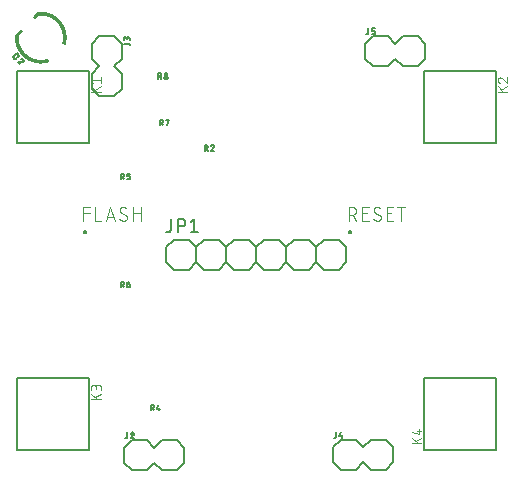
<source format=gto>
G75*
%MOIN*%
%OFA0B0*%
%FSLAX25Y25*%
%IPPOS*%
%LPD*%
%AMOC8*
5,1,8,0,0,1.08239X$1,22.5*
%
%ADD10C,0.00500*%
%ADD11C,0.00400*%
%ADD12C,0.00800*%
%ADD13C,0.00100*%
%ADD14C,0.01000*%
%ADD15C,0.00600*%
D10*
X0008611Y0017459D02*
X0008611Y0041459D01*
X0032611Y0041459D01*
X0032611Y0017459D01*
X0008611Y0017459D01*
X0044601Y0021430D02*
X0044813Y0021430D01*
X0044852Y0021432D01*
X0044891Y0021437D01*
X0044928Y0021446D01*
X0044965Y0021458D01*
X0045001Y0021474D01*
X0045035Y0021493D01*
X0045067Y0021515D01*
X0045097Y0021540D01*
X0045125Y0021568D01*
X0045150Y0021598D01*
X0045172Y0021630D01*
X0045191Y0021664D01*
X0045207Y0021700D01*
X0045219Y0021737D01*
X0045228Y0021774D01*
X0045233Y0021813D01*
X0045235Y0021852D01*
X0045235Y0023330D01*
X0047293Y0022486D02*
X0047321Y0022515D01*
X0047348Y0022547D01*
X0047371Y0022581D01*
X0047392Y0022617D01*
X0047410Y0022654D01*
X0047424Y0022693D01*
X0047436Y0022732D01*
X0047444Y0022773D01*
X0047449Y0022814D01*
X0047451Y0022855D01*
X0047293Y0022485D02*
X0046395Y0021430D01*
X0047451Y0021430D01*
X0046396Y0022908D02*
X0046412Y0022953D01*
X0046432Y0022996D01*
X0046456Y0023038D01*
X0046482Y0023078D01*
X0046512Y0023116D01*
X0046544Y0023151D01*
X0046580Y0023184D01*
X0046617Y0023213D01*
X0046657Y0023240D01*
X0046699Y0023263D01*
X0046742Y0023283D01*
X0046787Y0023300D01*
X0046833Y0023313D01*
X0046881Y0023322D01*
X0046928Y0023328D01*
X0046976Y0023330D01*
X0047017Y0023328D01*
X0047058Y0023323D01*
X0047099Y0023314D01*
X0047138Y0023301D01*
X0047177Y0023285D01*
X0047214Y0023266D01*
X0047248Y0023244D01*
X0047281Y0023219D01*
X0047312Y0023191D01*
X0047340Y0023160D01*
X0047365Y0023127D01*
X0047387Y0023093D01*
X0047406Y0023056D01*
X0047422Y0023017D01*
X0047435Y0022978D01*
X0047444Y0022937D01*
X0047449Y0022896D01*
X0047451Y0022855D01*
X0053024Y0030650D02*
X0053024Y0032550D01*
X0053552Y0032550D01*
X0053552Y0032551D02*
X0053597Y0032549D01*
X0053641Y0032543D01*
X0053685Y0032534D01*
X0053728Y0032521D01*
X0053769Y0032504D01*
X0053810Y0032484D01*
X0053848Y0032460D01*
X0053884Y0032434D01*
X0053917Y0032404D01*
X0053948Y0032372D01*
X0053977Y0032337D01*
X0054002Y0032300D01*
X0054023Y0032261D01*
X0054042Y0032220D01*
X0054057Y0032178D01*
X0054068Y0032134D01*
X0054076Y0032090D01*
X0054080Y0032045D01*
X0054080Y0032001D01*
X0054076Y0031956D01*
X0054068Y0031912D01*
X0054057Y0031868D01*
X0054042Y0031826D01*
X0054023Y0031785D01*
X0054002Y0031746D01*
X0053977Y0031709D01*
X0053948Y0031674D01*
X0053917Y0031642D01*
X0053884Y0031612D01*
X0053848Y0031586D01*
X0053810Y0031562D01*
X0053769Y0031542D01*
X0053728Y0031525D01*
X0053685Y0031512D01*
X0053641Y0031503D01*
X0053597Y0031497D01*
X0053552Y0031495D01*
X0053024Y0031495D01*
X0053657Y0031495D02*
X0054079Y0030650D01*
X0055159Y0031073D02*
X0056214Y0031073D01*
X0055898Y0031495D02*
X0055898Y0030650D01*
X0055159Y0031073D02*
X0055581Y0032550D01*
X0044079Y0071650D02*
X0043657Y0072495D01*
X0043552Y0072495D02*
X0043024Y0072495D01*
X0043552Y0072495D02*
X0043597Y0072497D01*
X0043641Y0072503D01*
X0043685Y0072512D01*
X0043728Y0072525D01*
X0043769Y0072542D01*
X0043810Y0072562D01*
X0043848Y0072586D01*
X0043884Y0072612D01*
X0043917Y0072642D01*
X0043948Y0072674D01*
X0043977Y0072709D01*
X0044002Y0072746D01*
X0044023Y0072785D01*
X0044042Y0072826D01*
X0044057Y0072868D01*
X0044068Y0072912D01*
X0044076Y0072956D01*
X0044080Y0073001D01*
X0044080Y0073045D01*
X0044076Y0073090D01*
X0044068Y0073134D01*
X0044057Y0073178D01*
X0044042Y0073220D01*
X0044023Y0073261D01*
X0044002Y0073300D01*
X0043977Y0073337D01*
X0043948Y0073372D01*
X0043917Y0073404D01*
X0043884Y0073434D01*
X0043848Y0073460D01*
X0043810Y0073484D01*
X0043769Y0073504D01*
X0043728Y0073521D01*
X0043685Y0073534D01*
X0043641Y0073543D01*
X0043597Y0073549D01*
X0043552Y0073551D01*
X0043552Y0073550D02*
X0043024Y0073550D01*
X0043024Y0071650D01*
X0045159Y0072178D02*
X0045159Y0072706D01*
X0045792Y0072706D01*
X0045159Y0072706D02*
X0045161Y0072764D01*
X0045167Y0072821D01*
X0045177Y0072878D01*
X0045190Y0072934D01*
X0045208Y0072989D01*
X0045229Y0073042D01*
X0045254Y0073094D01*
X0045282Y0073145D01*
X0045313Y0073193D01*
X0045348Y0073239D01*
X0045386Y0073282D01*
X0045427Y0073323D01*
X0045470Y0073361D01*
X0045516Y0073396D01*
X0045564Y0073427D01*
X0045615Y0073455D01*
X0045667Y0073480D01*
X0045720Y0073501D01*
X0045775Y0073519D01*
X0045831Y0073532D01*
X0045888Y0073542D01*
X0045945Y0073548D01*
X0046003Y0073550D01*
X0045792Y0072706D02*
X0045831Y0072704D01*
X0045870Y0072699D01*
X0045907Y0072690D01*
X0045944Y0072678D01*
X0045980Y0072662D01*
X0046014Y0072643D01*
X0046046Y0072621D01*
X0046076Y0072596D01*
X0046104Y0072568D01*
X0046129Y0072538D01*
X0046151Y0072506D01*
X0046170Y0072472D01*
X0046186Y0072436D01*
X0046198Y0072399D01*
X0046207Y0072362D01*
X0046212Y0072323D01*
X0046214Y0072284D01*
X0046214Y0072178D01*
X0046215Y0072178D02*
X0046213Y0072133D01*
X0046207Y0072089D01*
X0046198Y0072045D01*
X0046185Y0072002D01*
X0046168Y0071961D01*
X0046148Y0071920D01*
X0046124Y0071882D01*
X0046098Y0071846D01*
X0046068Y0071813D01*
X0046036Y0071782D01*
X0046001Y0071753D01*
X0045964Y0071728D01*
X0045925Y0071707D01*
X0045884Y0071688D01*
X0045842Y0071673D01*
X0045798Y0071662D01*
X0045754Y0071654D01*
X0045709Y0071650D01*
X0045665Y0071650D01*
X0045620Y0071654D01*
X0045576Y0071662D01*
X0045532Y0071673D01*
X0045490Y0071688D01*
X0045449Y0071707D01*
X0045410Y0071728D01*
X0045373Y0071753D01*
X0045338Y0071782D01*
X0045306Y0071813D01*
X0045276Y0071846D01*
X0045250Y0071882D01*
X0045226Y0071920D01*
X0045206Y0071961D01*
X0045189Y0072002D01*
X0045176Y0072045D01*
X0045167Y0072089D01*
X0045161Y0072133D01*
X0045159Y0072178D01*
X0058278Y0090059D02*
X0058778Y0090059D01*
X0058838Y0090061D01*
X0058899Y0090066D01*
X0058958Y0090075D01*
X0059017Y0090088D01*
X0059076Y0090104D01*
X0059133Y0090124D01*
X0059188Y0090147D01*
X0059243Y0090174D01*
X0059295Y0090203D01*
X0059346Y0090236D01*
X0059395Y0090272D01*
X0059441Y0090310D01*
X0059485Y0090352D01*
X0059527Y0090396D01*
X0059565Y0090442D01*
X0059601Y0090491D01*
X0059634Y0090542D01*
X0059663Y0090594D01*
X0059690Y0090649D01*
X0059713Y0090704D01*
X0059733Y0090761D01*
X0059749Y0090820D01*
X0059762Y0090879D01*
X0059771Y0090938D01*
X0059776Y0090999D01*
X0059778Y0091059D01*
X0059778Y0094559D01*
X0062132Y0094559D02*
X0063382Y0094559D01*
X0062132Y0094559D02*
X0062132Y0090059D01*
X0062132Y0092059D02*
X0063382Y0092059D01*
X0063451Y0092061D01*
X0063520Y0092067D01*
X0063588Y0092076D01*
X0063655Y0092089D01*
X0063722Y0092106D01*
X0063788Y0092127D01*
X0063852Y0092151D01*
X0063915Y0092179D01*
X0063977Y0092210D01*
X0064037Y0092244D01*
X0064094Y0092282D01*
X0064150Y0092323D01*
X0064203Y0092366D01*
X0064254Y0092413D01*
X0064302Y0092462D01*
X0064347Y0092514D01*
X0064389Y0092569D01*
X0064428Y0092625D01*
X0064465Y0092684D01*
X0064497Y0092745D01*
X0064527Y0092807D01*
X0064553Y0092871D01*
X0064575Y0092936D01*
X0064594Y0093002D01*
X0064609Y0093069D01*
X0064620Y0093137D01*
X0064628Y0093206D01*
X0064632Y0093275D01*
X0064632Y0093343D01*
X0064628Y0093412D01*
X0064620Y0093481D01*
X0064609Y0093549D01*
X0064594Y0093616D01*
X0064575Y0093682D01*
X0064553Y0093747D01*
X0064527Y0093811D01*
X0064497Y0093873D01*
X0064465Y0093934D01*
X0064428Y0093993D01*
X0064389Y0094049D01*
X0064347Y0094104D01*
X0064302Y0094156D01*
X0064254Y0094205D01*
X0064203Y0094252D01*
X0064150Y0094295D01*
X0064094Y0094336D01*
X0064037Y0094374D01*
X0063977Y0094408D01*
X0063915Y0094439D01*
X0063852Y0094467D01*
X0063788Y0094491D01*
X0063722Y0094512D01*
X0063655Y0094529D01*
X0063588Y0094542D01*
X0063520Y0094551D01*
X0063451Y0094557D01*
X0063382Y0094559D01*
X0066407Y0093559D02*
X0067657Y0094559D01*
X0067657Y0090059D01*
X0066407Y0090059D02*
X0068907Y0090059D01*
X0046214Y0108073D02*
X0046214Y0108284D01*
X0046212Y0108323D01*
X0046207Y0108362D01*
X0046198Y0108399D01*
X0046186Y0108436D01*
X0046170Y0108472D01*
X0046151Y0108506D01*
X0046129Y0108538D01*
X0046104Y0108568D01*
X0046076Y0108596D01*
X0046046Y0108621D01*
X0046014Y0108643D01*
X0045980Y0108662D01*
X0045944Y0108678D01*
X0045907Y0108690D01*
X0045870Y0108699D01*
X0045831Y0108704D01*
X0045792Y0108706D01*
X0045159Y0108706D01*
X0045159Y0109550D01*
X0046214Y0109550D01*
X0046214Y0108073D02*
X0046212Y0108034D01*
X0046207Y0107995D01*
X0046198Y0107958D01*
X0046186Y0107921D01*
X0046170Y0107885D01*
X0046151Y0107851D01*
X0046129Y0107819D01*
X0046104Y0107789D01*
X0046076Y0107761D01*
X0046046Y0107736D01*
X0046014Y0107714D01*
X0045980Y0107695D01*
X0045944Y0107679D01*
X0045907Y0107667D01*
X0045870Y0107658D01*
X0045831Y0107653D01*
X0045792Y0107651D01*
X0045792Y0107650D02*
X0045159Y0107650D01*
X0044079Y0107650D02*
X0043657Y0108495D01*
X0043552Y0108495D02*
X0043024Y0108495D01*
X0043552Y0108495D02*
X0043597Y0108497D01*
X0043641Y0108503D01*
X0043685Y0108512D01*
X0043728Y0108525D01*
X0043769Y0108542D01*
X0043810Y0108562D01*
X0043848Y0108586D01*
X0043884Y0108612D01*
X0043917Y0108642D01*
X0043948Y0108674D01*
X0043977Y0108709D01*
X0044002Y0108746D01*
X0044023Y0108785D01*
X0044042Y0108826D01*
X0044057Y0108868D01*
X0044068Y0108912D01*
X0044076Y0108956D01*
X0044080Y0109001D01*
X0044080Y0109045D01*
X0044076Y0109090D01*
X0044068Y0109134D01*
X0044057Y0109178D01*
X0044042Y0109220D01*
X0044023Y0109261D01*
X0044002Y0109300D01*
X0043977Y0109337D01*
X0043948Y0109372D01*
X0043917Y0109404D01*
X0043884Y0109434D01*
X0043848Y0109460D01*
X0043810Y0109484D01*
X0043769Y0109504D01*
X0043728Y0109521D01*
X0043685Y0109534D01*
X0043641Y0109543D01*
X0043597Y0109549D01*
X0043552Y0109551D01*
X0043552Y0109550D02*
X0043024Y0109550D01*
X0043024Y0107650D01*
X0032611Y0119822D02*
X0008611Y0119822D01*
X0008611Y0143822D01*
X0032611Y0143822D01*
X0032611Y0119822D01*
X0055524Y0141150D02*
X0055524Y0143050D01*
X0056052Y0143050D01*
X0056052Y0143051D02*
X0056097Y0143049D01*
X0056141Y0143043D01*
X0056185Y0143034D01*
X0056228Y0143021D01*
X0056269Y0143004D01*
X0056310Y0142984D01*
X0056348Y0142960D01*
X0056384Y0142934D01*
X0056417Y0142904D01*
X0056448Y0142872D01*
X0056477Y0142837D01*
X0056502Y0142800D01*
X0056523Y0142761D01*
X0056542Y0142720D01*
X0056557Y0142678D01*
X0056568Y0142634D01*
X0056576Y0142590D01*
X0056580Y0142545D01*
X0056580Y0142501D01*
X0056576Y0142456D01*
X0056568Y0142412D01*
X0056557Y0142368D01*
X0056542Y0142326D01*
X0056523Y0142285D01*
X0056502Y0142246D01*
X0056477Y0142209D01*
X0056448Y0142174D01*
X0056417Y0142142D01*
X0056384Y0142112D01*
X0056348Y0142086D01*
X0056310Y0142062D01*
X0056269Y0142042D01*
X0056228Y0142025D01*
X0056185Y0142012D01*
X0056141Y0142003D01*
X0056097Y0141997D01*
X0056052Y0141995D01*
X0055524Y0141995D01*
X0056157Y0141995D02*
X0056579Y0141150D01*
X0057659Y0141678D02*
X0057661Y0141633D01*
X0057667Y0141589D01*
X0057676Y0141545D01*
X0057689Y0141502D01*
X0057706Y0141461D01*
X0057726Y0141420D01*
X0057750Y0141382D01*
X0057776Y0141346D01*
X0057806Y0141313D01*
X0057838Y0141282D01*
X0057873Y0141253D01*
X0057910Y0141228D01*
X0057949Y0141207D01*
X0057990Y0141188D01*
X0058032Y0141173D01*
X0058076Y0141162D01*
X0058120Y0141154D01*
X0058165Y0141150D01*
X0058209Y0141150D01*
X0058254Y0141154D01*
X0058298Y0141162D01*
X0058342Y0141173D01*
X0058384Y0141188D01*
X0058425Y0141207D01*
X0058464Y0141228D01*
X0058501Y0141253D01*
X0058536Y0141282D01*
X0058568Y0141313D01*
X0058598Y0141346D01*
X0058624Y0141382D01*
X0058648Y0141420D01*
X0058668Y0141461D01*
X0058685Y0141502D01*
X0058698Y0141545D01*
X0058707Y0141589D01*
X0058713Y0141633D01*
X0058715Y0141678D01*
X0058713Y0141723D01*
X0058707Y0141767D01*
X0058698Y0141811D01*
X0058685Y0141854D01*
X0058668Y0141895D01*
X0058648Y0141936D01*
X0058624Y0141974D01*
X0058598Y0142010D01*
X0058568Y0142043D01*
X0058536Y0142074D01*
X0058501Y0142103D01*
X0058464Y0142128D01*
X0058425Y0142149D01*
X0058384Y0142168D01*
X0058342Y0142183D01*
X0058298Y0142194D01*
X0058254Y0142202D01*
X0058209Y0142206D01*
X0058165Y0142206D01*
X0058120Y0142202D01*
X0058076Y0142194D01*
X0058032Y0142183D01*
X0057990Y0142168D01*
X0057949Y0142149D01*
X0057910Y0142128D01*
X0057873Y0142103D01*
X0057838Y0142074D01*
X0057806Y0142043D01*
X0057776Y0142010D01*
X0057750Y0141974D01*
X0057726Y0141936D01*
X0057706Y0141895D01*
X0057689Y0141854D01*
X0057676Y0141811D01*
X0057667Y0141767D01*
X0057661Y0141723D01*
X0057659Y0141678D01*
X0057765Y0142628D02*
X0057767Y0142588D01*
X0057773Y0142548D01*
X0057782Y0142509D01*
X0057795Y0142471D01*
X0057812Y0142435D01*
X0057832Y0142400D01*
X0057855Y0142367D01*
X0057882Y0142337D01*
X0057911Y0142309D01*
X0057942Y0142284D01*
X0057976Y0142263D01*
X0058012Y0142244D01*
X0058049Y0142229D01*
X0058088Y0142218D01*
X0058127Y0142210D01*
X0058167Y0142206D01*
X0058207Y0142206D01*
X0058247Y0142210D01*
X0058286Y0142218D01*
X0058325Y0142229D01*
X0058362Y0142244D01*
X0058398Y0142263D01*
X0058432Y0142284D01*
X0058463Y0142309D01*
X0058492Y0142337D01*
X0058519Y0142367D01*
X0058542Y0142400D01*
X0058562Y0142435D01*
X0058579Y0142471D01*
X0058592Y0142509D01*
X0058601Y0142548D01*
X0058607Y0142588D01*
X0058609Y0142628D01*
X0058607Y0142668D01*
X0058601Y0142708D01*
X0058592Y0142747D01*
X0058579Y0142785D01*
X0058562Y0142821D01*
X0058542Y0142856D01*
X0058519Y0142889D01*
X0058492Y0142919D01*
X0058463Y0142947D01*
X0058432Y0142972D01*
X0058398Y0142993D01*
X0058362Y0143012D01*
X0058325Y0143027D01*
X0058286Y0143038D01*
X0058247Y0143046D01*
X0058207Y0143050D01*
X0058167Y0143050D01*
X0058127Y0143046D01*
X0058088Y0143038D01*
X0058049Y0143027D01*
X0058012Y0143012D01*
X0057976Y0142993D01*
X0057942Y0142972D01*
X0057911Y0142947D01*
X0057882Y0142919D01*
X0057855Y0142889D01*
X0057832Y0142856D01*
X0057812Y0142821D01*
X0057795Y0142785D01*
X0057782Y0142747D01*
X0057773Y0142708D01*
X0057767Y0142668D01*
X0057765Y0142628D01*
X0046080Y0152305D02*
X0046080Y0152516D01*
X0046078Y0152555D01*
X0046073Y0152594D01*
X0046064Y0152631D01*
X0046052Y0152668D01*
X0046036Y0152704D01*
X0046017Y0152738D01*
X0045995Y0152770D01*
X0045970Y0152800D01*
X0045942Y0152828D01*
X0045912Y0152853D01*
X0045880Y0152875D01*
X0045846Y0152894D01*
X0045810Y0152910D01*
X0045773Y0152922D01*
X0045736Y0152931D01*
X0045697Y0152936D01*
X0045658Y0152938D01*
X0044180Y0152938D01*
X0044180Y0154099D02*
X0044180Y0154732D01*
X0044182Y0154772D01*
X0044188Y0154812D01*
X0044197Y0154851D01*
X0044210Y0154889D01*
X0044227Y0154925D01*
X0044247Y0154960D01*
X0044270Y0154993D01*
X0044297Y0155023D01*
X0044326Y0155051D01*
X0044357Y0155076D01*
X0044391Y0155097D01*
X0044427Y0155116D01*
X0044464Y0155131D01*
X0044503Y0155142D01*
X0044542Y0155150D01*
X0044582Y0155154D01*
X0044622Y0155154D01*
X0044662Y0155150D01*
X0044701Y0155142D01*
X0044740Y0155131D01*
X0044777Y0155116D01*
X0044813Y0155097D01*
X0044847Y0155076D01*
X0044878Y0155051D01*
X0044907Y0155023D01*
X0044934Y0154993D01*
X0044957Y0154960D01*
X0044977Y0154925D01*
X0044994Y0154889D01*
X0045007Y0154851D01*
X0045016Y0154812D01*
X0045022Y0154772D01*
X0045024Y0154732D01*
X0045025Y0154732D02*
X0045025Y0154310D01*
X0045024Y0154627D02*
X0045026Y0154672D01*
X0045032Y0154716D01*
X0045041Y0154760D01*
X0045054Y0154803D01*
X0045071Y0154844D01*
X0045091Y0154885D01*
X0045115Y0154923D01*
X0045141Y0154959D01*
X0045171Y0154992D01*
X0045203Y0155023D01*
X0045238Y0155052D01*
X0045275Y0155077D01*
X0045314Y0155098D01*
X0045355Y0155117D01*
X0045397Y0155132D01*
X0045441Y0155143D01*
X0045485Y0155151D01*
X0045530Y0155155D01*
X0045574Y0155155D01*
X0045619Y0155151D01*
X0045663Y0155143D01*
X0045707Y0155132D01*
X0045749Y0155117D01*
X0045790Y0155098D01*
X0045829Y0155077D01*
X0045866Y0155052D01*
X0045901Y0155023D01*
X0045933Y0154992D01*
X0045963Y0154959D01*
X0045989Y0154923D01*
X0046013Y0154885D01*
X0046033Y0154844D01*
X0046050Y0154803D01*
X0046063Y0154760D01*
X0046072Y0154716D01*
X0046078Y0154672D01*
X0046080Y0154627D01*
X0046080Y0154099D01*
X0056024Y0127550D02*
X0056552Y0127550D01*
X0056552Y0127551D02*
X0056597Y0127549D01*
X0056641Y0127543D01*
X0056685Y0127534D01*
X0056728Y0127521D01*
X0056769Y0127504D01*
X0056810Y0127484D01*
X0056848Y0127460D01*
X0056884Y0127434D01*
X0056917Y0127404D01*
X0056948Y0127372D01*
X0056977Y0127337D01*
X0057002Y0127300D01*
X0057023Y0127261D01*
X0057042Y0127220D01*
X0057057Y0127178D01*
X0057068Y0127134D01*
X0057076Y0127090D01*
X0057080Y0127045D01*
X0057080Y0127001D01*
X0057076Y0126956D01*
X0057068Y0126912D01*
X0057057Y0126868D01*
X0057042Y0126826D01*
X0057023Y0126785D01*
X0057002Y0126746D01*
X0056977Y0126709D01*
X0056948Y0126674D01*
X0056917Y0126642D01*
X0056884Y0126612D01*
X0056848Y0126586D01*
X0056810Y0126562D01*
X0056769Y0126542D01*
X0056728Y0126525D01*
X0056685Y0126512D01*
X0056641Y0126503D01*
X0056597Y0126497D01*
X0056552Y0126495D01*
X0056024Y0126495D01*
X0056657Y0126495D02*
X0057079Y0125650D01*
X0056024Y0125650D02*
X0056024Y0127550D01*
X0058159Y0127550D02*
X0059214Y0127550D01*
X0058687Y0125650D01*
X0058159Y0127339D02*
X0058159Y0127550D01*
X0071024Y0119150D02*
X0071024Y0117250D01*
X0071024Y0118095D02*
X0071552Y0118095D01*
X0071657Y0118095D02*
X0072079Y0117250D01*
X0073159Y0117250D02*
X0074214Y0117250D01*
X0073159Y0117250D02*
X0074056Y0118306D01*
X0073739Y0119150D02*
X0073691Y0119148D01*
X0073644Y0119142D01*
X0073596Y0119133D01*
X0073550Y0119120D01*
X0073505Y0119103D01*
X0073462Y0119083D01*
X0073420Y0119060D01*
X0073380Y0119033D01*
X0073343Y0119004D01*
X0073307Y0118971D01*
X0073275Y0118936D01*
X0073245Y0118898D01*
X0073219Y0118858D01*
X0073195Y0118816D01*
X0073175Y0118773D01*
X0073159Y0118728D01*
X0074056Y0118306D02*
X0074084Y0118335D01*
X0074111Y0118367D01*
X0074134Y0118401D01*
X0074155Y0118437D01*
X0074173Y0118474D01*
X0074187Y0118513D01*
X0074199Y0118552D01*
X0074207Y0118593D01*
X0074212Y0118634D01*
X0074214Y0118675D01*
X0074212Y0118716D01*
X0074207Y0118757D01*
X0074198Y0118798D01*
X0074185Y0118837D01*
X0074169Y0118876D01*
X0074150Y0118913D01*
X0074128Y0118947D01*
X0074103Y0118980D01*
X0074075Y0119011D01*
X0074044Y0119039D01*
X0074011Y0119064D01*
X0073977Y0119086D01*
X0073940Y0119105D01*
X0073901Y0119121D01*
X0073862Y0119134D01*
X0073821Y0119143D01*
X0073780Y0119148D01*
X0073739Y0119150D01*
X0071552Y0119150D02*
X0071024Y0119150D01*
X0071552Y0119151D02*
X0071597Y0119149D01*
X0071641Y0119143D01*
X0071685Y0119134D01*
X0071728Y0119121D01*
X0071769Y0119104D01*
X0071810Y0119084D01*
X0071848Y0119060D01*
X0071884Y0119034D01*
X0071917Y0119004D01*
X0071948Y0118972D01*
X0071977Y0118937D01*
X0072002Y0118900D01*
X0072023Y0118861D01*
X0072042Y0118820D01*
X0072057Y0118778D01*
X0072068Y0118734D01*
X0072076Y0118690D01*
X0072080Y0118645D01*
X0072080Y0118601D01*
X0072076Y0118556D01*
X0072068Y0118512D01*
X0072057Y0118468D01*
X0072042Y0118426D01*
X0072023Y0118385D01*
X0072002Y0118346D01*
X0071977Y0118309D01*
X0071948Y0118274D01*
X0071917Y0118242D01*
X0071884Y0118212D01*
X0071848Y0118186D01*
X0071810Y0118162D01*
X0071769Y0118142D01*
X0071728Y0118125D01*
X0071685Y0118112D01*
X0071641Y0118103D01*
X0071597Y0118097D01*
X0071552Y0118095D01*
X0030847Y0090089D02*
X0030849Y0090128D01*
X0030855Y0090167D01*
X0030865Y0090205D01*
X0030878Y0090242D01*
X0030895Y0090277D01*
X0030915Y0090311D01*
X0030939Y0090342D01*
X0030966Y0090371D01*
X0030995Y0090397D01*
X0031027Y0090420D01*
X0031061Y0090440D01*
X0031097Y0090456D01*
X0031134Y0090468D01*
X0031173Y0090477D01*
X0031212Y0090482D01*
X0031251Y0090483D01*
X0031290Y0090480D01*
X0031329Y0090473D01*
X0031366Y0090462D01*
X0031403Y0090448D01*
X0031438Y0090430D01*
X0031471Y0090409D01*
X0031502Y0090384D01*
X0031530Y0090357D01*
X0031555Y0090327D01*
X0031577Y0090294D01*
X0031596Y0090260D01*
X0031611Y0090224D01*
X0031623Y0090186D01*
X0031631Y0090148D01*
X0031635Y0090109D01*
X0031635Y0090069D01*
X0031631Y0090030D01*
X0031623Y0089992D01*
X0031611Y0089954D01*
X0031596Y0089918D01*
X0031577Y0089884D01*
X0031555Y0089851D01*
X0031530Y0089821D01*
X0031502Y0089794D01*
X0031471Y0089769D01*
X0031438Y0089748D01*
X0031403Y0089730D01*
X0031366Y0089716D01*
X0031329Y0089705D01*
X0031290Y0089698D01*
X0031251Y0089695D01*
X0031212Y0089696D01*
X0031173Y0089701D01*
X0031134Y0089710D01*
X0031097Y0089722D01*
X0031061Y0089738D01*
X0031027Y0089758D01*
X0030995Y0089781D01*
X0030966Y0089807D01*
X0030939Y0089836D01*
X0030915Y0089867D01*
X0030895Y0089901D01*
X0030878Y0089936D01*
X0030865Y0089973D01*
X0030855Y0090011D01*
X0030849Y0090050D01*
X0030847Y0090089D01*
X0009559Y0146003D02*
X0008812Y0146750D01*
X0010193Y0146862D01*
X0010566Y0147682D02*
X0010531Y0147715D01*
X0010494Y0147745D01*
X0010454Y0147771D01*
X0010412Y0147795D01*
X0010368Y0147815D01*
X0010323Y0147831D01*
X0010277Y0147844D01*
X0010230Y0147854D01*
X0010183Y0147859D01*
X0010135Y0147861D01*
X0010087Y0147859D01*
X0010039Y0147853D01*
X0009992Y0147844D01*
X0009946Y0147831D01*
X0009901Y0147814D01*
X0009858Y0147794D01*
X0010193Y0146862D02*
X0010234Y0146863D01*
X0010275Y0146867D01*
X0010316Y0146874D01*
X0010356Y0146885D01*
X0010394Y0146898D01*
X0010432Y0146915D01*
X0010468Y0146935D01*
X0010503Y0146958D01*
X0010535Y0146983D01*
X0010566Y0147011D01*
X0010594Y0147042D01*
X0010619Y0147075D01*
X0010641Y0147109D01*
X0010660Y0147146D01*
X0010676Y0147185D01*
X0010689Y0147224D01*
X0010698Y0147265D01*
X0010703Y0147306D01*
X0010705Y0147347D01*
X0010703Y0147388D01*
X0010698Y0147429D01*
X0010689Y0147470D01*
X0010676Y0147509D01*
X0010661Y0147548D01*
X0010641Y0147584D01*
X0010619Y0147619D01*
X0010594Y0147652D01*
X0010566Y0147683D01*
X0008951Y0148552D02*
X0008354Y0147955D01*
X0008353Y0147955D02*
X0008321Y0147925D01*
X0008287Y0147898D01*
X0008250Y0147874D01*
X0008212Y0147854D01*
X0008172Y0147836D01*
X0008131Y0147822D01*
X0008088Y0147811D01*
X0008045Y0147804D01*
X0008002Y0147800D01*
X0007958Y0147800D01*
X0007915Y0147804D01*
X0007872Y0147811D01*
X0007829Y0147822D01*
X0007788Y0147836D01*
X0007748Y0147854D01*
X0007710Y0147874D01*
X0007673Y0147898D01*
X0007639Y0147925D01*
X0007607Y0147955D01*
X0007234Y0148328D01*
X0008577Y0149672D01*
X0008951Y0149298D01*
X0008950Y0149298D02*
X0008980Y0149266D01*
X0009007Y0149232D01*
X0009031Y0149195D01*
X0009051Y0149157D01*
X0009069Y0149117D01*
X0009083Y0149076D01*
X0009094Y0149033D01*
X0009101Y0148990D01*
X0009105Y0148947D01*
X0009105Y0148903D01*
X0009101Y0148860D01*
X0009094Y0148817D01*
X0009083Y0148774D01*
X0009069Y0148733D01*
X0009051Y0148693D01*
X0009031Y0148655D01*
X0009007Y0148618D01*
X0008980Y0148584D01*
X0008950Y0148552D01*
X0119233Y0090089D02*
X0119235Y0090128D01*
X0119241Y0090167D01*
X0119251Y0090205D01*
X0119264Y0090242D01*
X0119281Y0090277D01*
X0119301Y0090311D01*
X0119325Y0090342D01*
X0119352Y0090371D01*
X0119381Y0090397D01*
X0119413Y0090420D01*
X0119447Y0090440D01*
X0119483Y0090456D01*
X0119520Y0090468D01*
X0119559Y0090477D01*
X0119598Y0090482D01*
X0119637Y0090483D01*
X0119676Y0090480D01*
X0119715Y0090473D01*
X0119752Y0090462D01*
X0119789Y0090448D01*
X0119824Y0090430D01*
X0119857Y0090409D01*
X0119888Y0090384D01*
X0119916Y0090357D01*
X0119941Y0090327D01*
X0119963Y0090294D01*
X0119982Y0090260D01*
X0119997Y0090224D01*
X0120009Y0090186D01*
X0120017Y0090148D01*
X0120021Y0090109D01*
X0120021Y0090069D01*
X0120017Y0090030D01*
X0120009Y0089992D01*
X0119997Y0089954D01*
X0119982Y0089918D01*
X0119963Y0089884D01*
X0119941Y0089851D01*
X0119916Y0089821D01*
X0119888Y0089794D01*
X0119857Y0089769D01*
X0119824Y0089748D01*
X0119789Y0089730D01*
X0119752Y0089716D01*
X0119715Y0089705D01*
X0119676Y0089698D01*
X0119637Y0089695D01*
X0119598Y0089696D01*
X0119559Y0089701D01*
X0119520Y0089710D01*
X0119483Y0089722D01*
X0119447Y0089738D01*
X0119413Y0089758D01*
X0119381Y0089781D01*
X0119352Y0089807D01*
X0119325Y0089836D01*
X0119301Y0089867D01*
X0119281Y0089901D01*
X0119264Y0089936D01*
X0119251Y0089973D01*
X0119241Y0090011D01*
X0119235Y0090050D01*
X0119233Y0090089D01*
X0144044Y0119822D02*
X0144044Y0143822D01*
X0168044Y0143822D01*
X0168044Y0119822D01*
X0144044Y0119822D01*
X0127344Y0156076D02*
X0126710Y0156076D01*
X0127344Y0156076D02*
X0127383Y0156078D01*
X0127422Y0156083D01*
X0127459Y0156092D01*
X0127496Y0156104D01*
X0127532Y0156120D01*
X0127566Y0156139D01*
X0127598Y0156161D01*
X0127628Y0156186D01*
X0127656Y0156214D01*
X0127681Y0156244D01*
X0127703Y0156276D01*
X0127722Y0156310D01*
X0127738Y0156346D01*
X0127750Y0156383D01*
X0127759Y0156420D01*
X0127764Y0156459D01*
X0127766Y0156498D01*
X0127766Y0156709D01*
X0127764Y0156748D01*
X0127759Y0156787D01*
X0127750Y0156824D01*
X0127738Y0156861D01*
X0127722Y0156897D01*
X0127703Y0156931D01*
X0127681Y0156963D01*
X0127656Y0156993D01*
X0127628Y0157021D01*
X0127598Y0157046D01*
X0127566Y0157068D01*
X0127532Y0157087D01*
X0127496Y0157103D01*
X0127459Y0157115D01*
X0127422Y0157124D01*
X0127383Y0157129D01*
X0127344Y0157131D01*
X0126710Y0157131D01*
X0126710Y0157976D01*
X0127766Y0157976D01*
X0125550Y0157976D02*
X0125550Y0156498D01*
X0125549Y0156498D02*
X0125547Y0156459D01*
X0125542Y0156420D01*
X0125533Y0156383D01*
X0125521Y0156346D01*
X0125505Y0156310D01*
X0125486Y0156276D01*
X0125464Y0156244D01*
X0125439Y0156214D01*
X0125411Y0156186D01*
X0125381Y0156161D01*
X0125349Y0156139D01*
X0125315Y0156120D01*
X0125279Y0156104D01*
X0125242Y0156092D01*
X0125205Y0156083D01*
X0125166Y0156078D01*
X0125127Y0156076D01*
X0124916Y0156076D01*
X0144044Y0041459D02*
X0168044Y0041459D01*
X0168044Y0017459D01*
X0144044Y0017459D01*
X0144044Y0041459D01*
X0117018Y0022010D02*
X0115962Y0022010D01*
X0116385Y0023487D01*
X0116701Y0022432D02*
X0116701Y0021587D01*
X0114802Y0022010D02*
X0114802Y0023487D01*
X0114801Y0022010D02*
X0114799Y0021971D01*
X0114794Y0021932D01*
X0114785Y0021895D01*
X0114773Y0021858D01*
X0114757Y0021822D01*
X0114738Y0021788D01*
X0114716Y0021756D01*
X0114691Y0021726D01*
X0114663Y0021698D01*
X0114633Y0021673D01*
X0114601Y0021651D01*
X0114567Y0021632D01*
X0114531Y0021616D01*
X0114494Y0021604D01*
X0114457Y0021595D01*
X0114418Y0021590D01*
X0114379Y0021588D01*
X0114379Y0021587D02*
X0114168Y0021587D01*
D11*
X0140244Y0021382D02*
X0142139Y0019659D01*
X0141450Y0020348D02*
X0143344Y0021382D01*
X0142655Y0022648D02*
X0142655Y0024370D01*
X0141967Y0023853D02*
X0143344Y0023853D01*
X0142655Y0022648D02*
X0140244Y0023337D01*
X0140244Y0019659D02*
X0143344Y0019659D01*
X0136488Y0093833D02*
X0136488Y0098433D01*
X0135211Y0098433D02*
X0137766Y0098433D01*
X0133814Y0098433D02*
X0131770Y0098433D01*
X0131770Y0093833D01*
X0133814Y0093833D01*
X0133303Y0096388D02*
X0131770Y0096388D01*
X0129305Y0095749D02*
X0127899Y0096516D01*
X0128411Y0098433D02*
X0128493Y0098431D01*
X0128575Y0098426D01*
X0128657Y0098417D01*
X0128738Y0098405D01*
X0128819Y0098389D01*
X0128899Y0098370D01*
X0128978Y0098347D01*
X0129056Y0098321D01*
X0129133Y0098292D01*
X0129208Y0098259D01*
X0129282Y0098223D01*
X0129355Y0098185D01*
X0129426Y0098143D01*
X0129494Y0098098D01*
X0129561Y0098050D01*
X0127900Y0096516D02*
X0127846Y0096550D01*
X0127795Y0096587D01*
X0127746Y0096627D01*
X0127699Y0096670D01*
X0127656Y0096716D01*
X0127615Y0096764D01*
X0127577Y0096815D01*
X0127542Y0096868D01*
X0127510Y0096923D01*
X0127482Y0096980D01*
X0127458Y0097038D01*
X0127437Y0097098D01*
X0127420Y0097159D01*
X0127406Y0097221D01*
X0127397Y0097284D01*
X0127391Y0097347D01*
X0127389Y0097410D01*
X0127391Y0097472D01*
X0127396Y0097533D01*
X0127406Y0097594D01*
X0127419Y0097655D01*
X0127435Y0097714D01*
X0127455Y0097772D01*
X0127479Y0097829D01*
X0127506Y0097885D01*
X0127536Y0097939D01*
X0127570Y0097991D01*
X0127607Y0098040D01*
X0127646Y0098088D01*
X0127688Y0098133D01*
X0127733Y0098175D01*
X0127781Y0098215D01*
X0127830Y0098251D01*
X0127882Y0098285D01*
X0127936Y0098315D01*
X0127992Y0098342D01*
X0128049Y0098366D01*
X0128107Y0098386D01*
X0128166Y0098402D01*
X0128227Y0098415D01*
X0128288Y0098425D01*
X0128349Y0098430D01*
X0128411Y0098432D01*
X0127261Y0094472D02*
X0127325Y0094409D01*
X0127393Y0094350D01*
X0127462Y0094293D01*
X0127534Y0094239D01*
X0127608Y0094188D01*
X0127684Y0094140D01*
X0127761Y0094096D01*
X0127841Y0094055D01*
X0127922Y0094017D01*
X0128005Y0093982D01*
X0128089Y0093951D01*
X0128175Y0093924D01*
X0128261Y0093900D01*
X0128349Y0093879D01*
X0128437Y0093863D01*
X0128526Y0093850D01*
X0128615Y0093840D01*
X0128704Y0093835D01*
X0128794Y0093833D01*
X0128856Y0093835D01*
X0128917Y0093840D01*
X0128978Y0093850D01*
X0129039Y0093863D01*
X0129098Y0093879D01*
X0129156Y0093899D01*
X0129213Y0093923D01*
X0129269Y0093950D01*
X0129323Y0093980D01*
X0129375Y0094014D01*
X0129424Y0094050D01*
X0129472Y0094090D01*
X0129517Y0094132D01*
X0129559Y0094177D01*
X0129599Y0094225D01*
X0129635Y0094274D01*
X0129669Y0094326D01*
X0129699Y0094380D01*
X0129726Y0094436D01*
X0129750Y0094493D01*
X0129770Y0094551D01*
X0129786Y0094610D01*
X0129799Y0094671D01*
X0129809Y0094732D01*
X0129814Y0094793D01*
X0129816Y0094855D01*
X0129814Y0094918D01*
X0129808Y0094981D01*
X0129799Y0095044D01*
X0129785Y0095106D01*
X0129768Y0095167D01*
X0129747Y0095227D01*
X0129723Y0095285D01*
X0129695Y0095342D01*
X0129663Y0095397D01*
X0129628Y0095450D01*
X0129590Y0095501D01*
X0129549Y0095549D01*
X0129506Y0095595D01*
X0129459Y0095638D01*
X0129410Y0095678D01*
X0129359Y0095715D01*
X0129305Y0095749D01*
X0125714Y0093833D02*
X0123670Y0093833D01*
X0123670Y0098433D01*
X0125714Y0098433D01*
X0125203Y0096388D02*
X0123670Y0096388D01*
X0120573Y0095877D02*
X0121595Y0093833D01*
X0119040Y0093833D02*
X0119040Y0098433D01*
X0120317Y0098433D01*
X0120387Y0098431D01*
X0120458Y0098425D01*
X0120527Y0098416D01*
X0120596Y0098402D01*
X0120665Y0098385D01*
X0120732Y0098364D01*
X0120798Y0098339D01*
X0120862Y0098311D01*
X0120925Y0098279D01*
X0120986Y0098244D01*
X0121045Y0098205D01*
X0121102Y0098164D01*
X0121156Y0098119D01*
X0121208Y0098071D01*
X0121257Y0098021D01*
X0121304Y0097967D01*
X0121347Y0097912D01*
X0121387Y0097854D01*
X0121424Y0097794D01*
X0121457Y0097732D01*
X0121487Y0097668D01*
X0121514Y0097603D01*
X0121537Y0097537D01*
X0121556Y0097469D01*
X0121571Y0097400D01*
X0121583Y0097331D01*
X0121591Y0097261D01*
X0121595Y0097190D01*
X0121595Y0097120D01*
X0121591Y0097049D01*
X0121583Y0096979D01*
X0121571Y0096910D01*
X0121556Y0096841D01*
X0121537Y0096773D01*
X0121514Y0096707D01*
X0121487Y0096642D01*
X0121457Y0096578D01*
X0121424Y0096516D01*
X0121387Y0096456D01*
X0121347Y0096398D01*
X0121304Y0096343D01*
X0121257Y0096289D01*
X0121208Y0096239D01*
X0121156Y0096191D01*
X0121102Y0096146D01*
X0121045Y0096105D01*
X0120986Y0096066D01*
X0120925Y0096031D01*
X0120862Y0095999D01*
X0120798Y0095971D01*
X0120732Y0095946D01*
X0120665Y0095925D01*
X0120596Y0095908D01*
X0120527Y0095894D01*
X0120458Y0095885D01*
X0120387Y0095879D01*
X0120317Y0095877D01*
X0119040Y0095877D01*
X0168744Y0136911D02*
X0171844Y0136911D01*
X0170639Y0136911D02*
X0168744Y0138633D01*
X0169950Y0137600D02*
X0171844Y0138633D01*
X0171844Y0139899D02*
X0171844Y0141622D01*
X0171844Y0139899D02*
X0170122Y0141363D01*
X0168744Y0140847D02*
X0168746Y0140787D01*
X0168751Y0140728D01*
X0168760Y0140669D01*
X0168772Y0140611D01*
X0168788Y0140553D01*
X0168808Y0140497D01*
X0168830Y0140442D01*
X0168856Y0140388D01*
X0168885Y0140336D01*
X0168917Y0140286D01*
X0168952Y0140237D01*
X0168990Y0140191D01*
X0169031Y0140148D01*
X0169074Y0140106D01*
X0169120Y0140068D01*
X0169167Y0140032D01*
X0169217Y0139999D01*
X0169269Y0139970D01*
X0169322Y0139943D01*
X0169377Y0139920D01*
X0169433Y0139899D01*
X0170121Y0141363D02*
X0170081Y0141402D01*
X0170039Y0141439D01*
X0169994Y0141472D01*
X0169947Y0141503D01*
X0169898Y0141530D01*
X0169847Y0141554D01*
X0169794Y0141574D01*
X0169741Y0141591D01*
X0169686Y0141604D01*
X0169631Y0141613D01*
X0169575Y0141619D01*
X0169519Y0141621D01*
X0169519Y0141622D02*
X0169464Y0141620D01*
X0169409Y0141614D01*
X0169354Y0141604D01*
X0169301Y0141591D01*
X0169248Y0141573D01*
X0169197Y0141552D01*
X0169148Y0141527D01*
X0169100Y0141499D01*
X0169055Y0141467D01*
X0169011Y0141433D01*
X0168971Y0141395D01*
X0168933Y0141355D01*
X0168899Y0141311D01*
X0168867Y0141266D01*
X0168839Y0141218D01*
X0168814Y0141169D01*
X0168793Y0141118D01*
X0168775Y0141065D01*
X0168762Y0141012D01*
X0168752Y0140957D01*
X0168746Y0140902D01*
X0168744Y0140847D01*
X0049700Y0098433D02*
X0049700Y0093833D01*
X0047145Y0093833D02*
X0047145Y0098433D01*
X0047145Y0096388D02*
X0049700Y0096388D01*
X0044689Y0095749D02*
X0043284Y0096516D01*
X0043795Y0098433D02*
X0043877Y0098431D01*
X0043959Y0098426D01*
X0044041Y0098417D01*
X0044122Y0098405D01*
X0044203Y0098389D01*
X0044283Y0098370D01*
X0044362Y0098347D01*
X0044440Y0098321D01*
X0044517Y0098292D01*
X0044592Y0098259D01*
X0044666Y0098223D01*
X0044739Y0098185D01*
X0044810Y0098143D01*
X0044878Y0098098D01*
X0044945Y0098050D01*
X0043284Y0096516D02*
X0043230Y0096550D01*
X0043179Y0096587D01*
X0043130Y0096627D01*
X0043083Y0096670D01*
X0043040Y0096716D01*
X0042999Y0096764D01*
X0042961Y0096815D01*
X0042926Y0096868D01*
X0042894Y0096923D01*
X0042866Y0096980D01*
X0042842Y0097038D01*
X0042821Y0097098D01*
X0042804Y0097159D01*
X0042790Y0097221D01*
X0042781Y0097284D01*
X0042775Y0097347D01*
X0042773Y0097410D01*
X0042775Y0097472D01*
X0042780Y0097533D01*
X0042790Y0097594D01*
X0042803Y0097655D01*
X0042819Y0097714D01*
X0042839Y0097772D01*
X0042863Y0097829D01*
X0042890Y0097885D01*
X0042920Y0097939D01*
X0042954Y0097991D01*
X0042991Y0098040D01*
X0043030Y0098088D01*
X0043072Y0098133D01*
X0043117Y0098175D01*
X0043165Y0098215D01*
X0043214Y0098251D01*
X0043266Y0098285D01*
X0043320Y0098315D01*
X0043376Y0098342D01*
X0043433Y0098366D01*
X0043491Y0098386D01*
X0043550Y0098402D01*
X0043611Y0098415D01*
X0043672Y0098425D01*
X0043733Y0098430D01*
X0043795Y0098432D01*
X0042645Y0094472D02*
X0042709Y0094409D01*
X0042777Y0094350D01*
X0042846Y0094293D01*
X0042918Y0094239D01*
X0042992Y0094188D01*
X0043068Y0094140D01*
X0043145Y0094096D01*
X0043225Y0094055D01*
X0043306Y0094017D01*
X0043389Y0093982D01*
X0043473Y0093951D01*
X0043559Y0093924D01*
X0043645Y0093900D01*
X0043733Y0093879D01*
X0043821Y0093863D01*
X0043910Y0093850D01*
X0043999Y0093840D01*
X0044088Y0093835D01*
X0044178Y0093833D01*
X0044240Y0093835D01*
X0044301Y0093840D01*
X0044362Y0093850D01*
X0044423Y0093863D01*
X0044482Y0093879D01*
X0044540Y0093899D01*
X0044597Y0093923D01*
X0044653Y0093950D01*
X0044707Y0093980D01*
X0044759Y0094014D01*
X0044808Y0094050D01*
X0044856Y0094090D01*
X0044901Y0094132D01*
X0044943Y0094177D01*
X0044983Y0094225D01*
X0045019Y0094274D01*
X0045053Y0094326D01*
X0045083Y0094380D01*
X0045110Y0094436D01*
X0045134Y0094493D01*
X0045154Y0094551D01*
X0045170Y0094610D01*
X0045183Y0094671D01*
X0045193Y0094732D01*
X0045198Y0094793D01*
X0045200Y0094855D01*
X0045198Y0094918D01*
X0045192Y0094981D01*
X0045183Y0095044D01*
X0045169Y0095106D01*
X0045152Y0095167D01*
X0045131Y0095227D01*
X0045107Y0095285D01*
X0045079Y0095342D01*
X0045047Y0095397D01*
X0045012Y0095450D01*
X0044974Y0095501D01*
X0044933Y0095549D01*
X0044890Y0095595D01*
X0044843Y0095638D01*
X0044794Y0095678D01*
X0044743Y0095715D01*
X0044689Y0095749D01*
X0040723Y0094983D02*
X0038423Y0094983D01*
X0038039Y0093833D02*
X0039573Y0098433D01*
X0041106Y0093833D01*
X0036598Y0093833D02*
X0034554Y0093833D01*
X0034554Y0098433D01*
X0032698Y0098433D02*
X0030654Y0098433D01*
X0030654Y0093833D01*
X0030654Y0096388D02*
X0032698Y0096388D01*
X0033311Y0136911D02*
X0036411Y0136911D01*
X0035206Y0136911D02*
X0033311Y0138633D01*
X0034000Y0139899D02*
X0033311Y0140761D01*
X0036411Y0140761D01*
X0036411Y0141622D02*
X0036411Y0139899D01*
X0036411Y0138633D02*
X0034517Y0137600D01*
X0034689Y0038571D02*
X0034689Y0037882D01*
X0034689Y0038571D02*
X0034687Y0038622D01*
X0034681Y0038674D01*
X0034672Y0038724D01*
X0034658Y0038774D01*
X0034641Y0038823D01*
X0034621Y0038870D01*
X0034597Y0038916D01*
X0034569Y0038959D01*
X0034539Y0039001D01*
X0034505Y0039040D01*
X0034469Y0039076D01*
X0034430Y0039110D01*
X0034388Y0039140D01*
X0034345Y0039168D01*
X0034299Y0039192D01*
X0034252Y0039212D01*
X0034203Y0039229D01*
X0034153Y0039243D01*
X0034103Y0039252D01*
X0034051Y0039258D01*
X0034000Y0039260D01*
X0033949Y0039258D01*
X0033897Y0039252D01*
X0033847Y0039243D01*
X0033797Y0039229D01*
X0033748Y0039212D01*
X0033701Y0039192D01*
X0033656Y0039168D01*
X0033612Y0039140D01*
X0033570Y0039110D01*
X0033531Y0039076D01*
X0033495Y0039040D01*
X0033461Y0039001D01*
X0033431Y0038959D01*
X0033403Y0038916D01*
X0033379Y0038870D01*
X0033359Y0038823D01*
X0033342Y0038774D01*
X0033328Y0038724D01*
X0033319Y0038674D01*
X0033313Y0038622D01*
X0033311Y0038571D01*
X0033311Y0037537D01*
X0033311Y0036271D02*
X0035206Y0034549D01*
X0034517Y0035238D02*
X0036411Y0036271D01*
X0036411Y0037537D02*
X0036411Y0038398D01*
X0036409Y0038456D01*
X0036403Y0038513D01*
X0036394Y0038569D01*
X0036380Y0038625D01*
X0036363Y0038680D01*
X0036343Y0038734D01*
X0036318Y0038786D01*
X0036291Y0038837D01*
X0036260Y0038885D01*
X0036226Y0038932D01*
X0036189Y0038976D01*
X0036149Y0039017D01*
X0036106Y0039056D01*
X0036061Y0039091D01*
X0036013Y0039124D01*
X0035964Y0039153D01*
X0035912Y0039179D01*
X0035859Y0039201D01*
X0035805Y0039220D01*
X0035750Y0039236D01*
X0035693Y0039247D01*
X0035636Y0039255D01*
X0035579Y0039259D01*
X0035521Y0039259D01*
X0035464Y0039255D01*
X0035407Y0039247D01*
X0035350Y0039236D01*
X0035295Y0039220D01*
X0035241Y0039201D01*
X0035188Y0039179D01*
X0035136Y0039153D01*
X0035087Y0039124D01*
X0035039Y0039091D01*
X0034994Y0039056D01*
X0034951Y0039017D01*
X0034911Y0038976D01*
X0034874Y0038932D01*
X0034840Y0038885D01*
X0034809Y0038837D01*
X0034782Y0038786D01*
X0034757Y0038734D01*
X0034737Y0038680D01*
X0034720Y0038625D01*
X0034706Y0038569D01*
X0034697Y0038513D01*
X0034691Y0038456D01*
X0034689Y0038398D01*
X0033311Y0034549D02*
X0036411Y0034549D01*
D12*
X0046851Y0020680D02*
X0044351Y0018180D01*
X0044351Y0013180D01*
X0046851Y0010680D01*
X0051851Y0010680D01*
X0054351Y0013180D01*
X0056851Y0010680D01*
X0061851Y0010680D01*
X0064351Y0013180D01*
X0064351Y0018180D01*
X0061851Y0020680D01*
X0056851Y0020680D01*
X0054351Y0018180D01*
X0051851Y0020680D01*
X0046851Y0020680D01*
X0113918Y0018337D02*
X0113918Y0013337D01*
X0116418Y0010837D01*
X0121418Y0010837D01*
X0123918Y0013337D01*
X0126418Y0010837D01*
X0131418Y0010837D01*
X0133918Y0013337D01*
X0133918Y0018337D01*
X0131418Y0020837D01*
X0126418Y0020837D01*
X0123918Y0018337D01*
X0121418Y0020837D01*
X0116418Y0020837D01*
X0113918Y0018337D01*
X0040930Y0135404D02*
X0035930Y0135404D01*
X0033430Y0137904D01*
X0033430Y0142904D01*
X0035930Y0145404D01*
X0033430Y0147904D01*
X0033430Y0152904D01*
X0035930Y0155404D01*
X0040930Y0155404D01*
X0043430Y0152904D01*
X0043430Y0147904D01*
X0040930Y0145404D01*
X0043430Y0142904D01*
X0043430Y0137904D01*
X0040930Y0135404D01*
X0124666Y0147826D02*
X0127166Y0145326D01*
X0132166Y0145326D01*
X0134666Y0147826D01*
X0137166Y0145326D01*
X0142166Y0145326D01*
X0144666Y0147826D01*
X0144666Y0152826D01*
X0142166Y0155326D01*
X0137166Y0155326D01*
X0134666Y0152826D01*
X0132166Y0155326D01*
X0127166Y0155326D01*
X0124666Y0152826D01*
X0124666Y0147826D01*
D13*
X0024446Y0152876D02*
X0023578Y0153112D01*
X0023623Y0153289D01*
X0023663Y0153466D01*
X0023699Y0153645D01*
X0023731Y0153825D01*
X0023758Y0154005D01*
X0023781Y0154186D01*
X0023800Y0154367D01*
X0023814Y0154549D01*
X0023824Y0154731D01*
X0023830Y0154913D01*
X0023831Y0155096D01*
X0023828Y0155278D01*
X0023820Y0155460D01*
X0023808Y0155642D01*
X0023791Y0155824D01*
X0023770Y0156005D01*
X0023745Y0156185D01*
X0023716Y0156365D01*
X0023682Y0156544D01*
X0023643Y0156723D01*
X0023601Y0156900D01*
X0023554Y0157076D01*
X0023503Y0157251D01*
X0023448Y0157425D01*
X0023388Y0157597D01*
X0023325Y0157768D01*
X0023257Y0157937D01*
X0023185Y0158105D01*
X0023110Y0158271D01*
X0023030Y0158435D01*
X0022946Y0158597D01*
X0022859Y0158757D01*
X0022767Y0158914D01*
X0022672Y0159070D01*
X0022573Y0159223D01*
X0022470Y0159374D01*
X0022364Y0159522D01*
X0022254Y0159667D01*
X0022141Y0159810D01*
X0022025Y0159950D01*
X0021905Y0160088D01*
X0021781Y0160222D01*
X0021655Y0160353D01*
X0022291Y0160989D01*
X0022291Y0160990D01*
X0022433Y0160843D01*
X0022571Y0160692D01*
X0022706Y0160539D01*
X0022837Y0160382D01*
X0022964Y0160221D01*
X0023087Y0160058D01*
X0023206Y0159892D01*
X0023321Y0159724D01*
X0023432Y0159552D01*
X0023539Y0159378D01*
X0023641Y0159201D01*
X0023739Y0159022D01*
X0023833Y0158840D01*
X0023923Y0158657D01*
X0024008Y0158471D01*
X0024088Y0158283D01*
X0024164Y0158093D01*
X0024235Y0157902D01*
X0024302Y0157709D01*
X0024364Y0157514D01*
X0024421Y0157318D01*
X0024473Y0157120D01*
X0024521Y0156921D01*
X0024564Y0156722D01*
X0024602Y0156521D01*
X0024635Y0156319D01*
X0024663Y0156117D01*
X0024687Y0155914D01*
X0024705Y0155710D01*
X0024719Y0155507D01*
X0024727Y0155302D01*
X0024731Y0155098D01*
X0024730Y0154894D01*
X0024723Y0154690D01*
X0024712Y0154485D01*
X0024696Y0154282D01*
X0024675Y0154079D01*
X0024649Y0153876D01*
X0024618Y0153674D01*
X0024582Y0153473D01*
X0024542Y0153272D01*
X0024497Y0153073D01*
X0024446Y0152875D01*
X0024356Y0152900D01*
X0024405Y0153096D01*
X0024450Y0153293D01*
X0024490Y0153491D01*
X0024526Y0153690D01*
X0024556Y0153889D01*
X0024582Y0154090D01*
X0024602Y0154291D01*
X0024618Y0154492D01*
X0024629Y0154694D01*
X0024636Y0154896D01*
X0024637Y0155098D01*
X0024633Y0155300D01*
X0024625Y0155502D01*
X0024611Y0155703D01*
X0024593Y0155904D01*
X0024570Y0156105D01*
X0024542Y0156305D01*
X0024509Y0156505D01*
X0024472Y0156703D01*
X0024429Y0156901D01*
X0024382Y0157097D01*
X0024330Y0157292D01*
X0024274Y0157486D01*
X0024213Y0157679D01*
X0024147Y0157870D01*
X0024076Y0158059D01*
X0024001Y0158247D01*
X0023922Y0158433D01*
X0023838Y0158616D01*
X0023749Y0158798D01*
X0023657Y0158977D01*
X0023559Y0159155D01*
X0023458Y0159329D01*
X0023353Y0159502D01*
X0023243Y0159671D01*
X0023129Y0159838D01*
X0023011Y0160002D01*
X0022890Y0160164D01*
X0022764Y0160322D01*
X0022635Y0160477D01*
X0022502Y0160629D01*
X0022365Y0160778D01*
X0022225Y0160923D01*
X0022158Y0160857D01*
X0022297Y0160713D01*
X0022432Y0160566D01*
X0022564Y0160416D01*
X0022691Y0160262D01*
X0022816Y0160106D01*
X0022936Y0159946D01*
X0023052Y0159784D01*
X0023165Y0159619D01*
X0023273Y0159451D01*
X0023377Y0159281D01*
X0023478Y0159108D01*
X0023574Y0158933D01*
X0023665Y0158756D01*
X0023753Y0158576D01*
X0023836Y0158394D01*
X0023915Y0158211D01*
X0023989Y0158025D01*
X0024058Y0157838D01*
X0024123Y0157649D01*
X0024184Y0157459D01*
X0024240Y0157267D01*
X0024291Y0157074D01*
X0024338Y0156880D01*
X0024380Y0156685D01*
X0024417Y0156488D01*
X0024449Y0156291D01*
X0024477Y0156093D01*
X0024500Y0155895D01*
X0024518Y0155696D01*
X0024531Y0155497D01*
X0024539Y0155297D01*
X0024543Y0155098D01*
X0024542Y0154898D01*
X0024536Y0154698D01*
X0024525Y0154499D01*
X0024509Y0154300D01*
X0024488Y0154101D01*
X0024463Y0153903D01*
X0024433Y0153705D01*
X0024398Y0153509D01*
X0024358Y0153313D01*
X0024314Y0153118D01*
X0024265Y0152925D01*
X0024174Y0152949D01*
X0024223Y0153141D01*
X0024267Y0153333D01*
X0024306Y0153527D01*
X0024340Y0153721D01*
X0024370Y0153916D01*
X0024395Y0154112D01*
X0024415Y0154309D01*
X0024431Y0154505D01*
X0024442Y0154703D01*
X0024448Y0154900D01*
X0024449Y0155097D01*
X0024445Y0155295D01*
X0024437Y0155492D01*
X0024424Y0155689D01*
X0024406Y0155886D01*
X0024384Y0156082D01*
X0024356Y0156277D01*
X0024324Y0156472D01*
X0024288Y0156666D01*
X0024246Y0156859D01*
X0024200Y0157051D01*
X0024149Y0157242D01*
X0024094Y0157431D01*
X0024034Y0157620D01*
X0023970Y0157806D01*
X0023901Y0157991D01*
X0023828Y0158175D01*
X0023750Y0158356D01*
X0023668Y0158536D01*
X0023581Y0158713D01*
X0023491Y0158889D01*
X0023396Y0159062D01*
X0023297Y0159233D01*
X0023194Y0159401D01*
X0023087Y0159567D01*
X0022975Y0159730D01*
X0022860Y0159890D01*
X0022741Y0160048D01*
X0022619Y0160203D01*
X0022492Y0160354D01*
X0022362Y0160503D01*
X0022229Y0160648D01*
X0022092Y0160790D01*
X0022025Y0160724D01*
X0022161Y0160583D01*
X0022293Y0160440D01*
X0022421Y0160293D01*
X0022546Y0160143D01*
X0022667Y0159990D01*
X0022785Y0159834D01*
X0022899Y0159676D01*
X0023008Y0159514D01*
X0023114Y0159351D01*
X0023216Y0159184D01*
X0023314Y0159015D01*
X0023408Y0158844D01*
X0023498Y0158671D01*
X0023583Y0158495D01*
X0023664Y0158318D01*
X0023741Y0158139D01*
X0023813Y0157957D01*
X0023881Y0157774D01*
X0023945Y0157590D01*
X0024004Y0157404D01*
X0024059Y0157217D01*
X0024109Y0157028D01*
X0024154Y0156838D01*
X0024195Y0156648D01*
X0024232Y0156456D01*
X0024263Y0156263D01*
X0024290Y0156070D01*
X0024313Y0155876D01*
X0024330Y0155682D01*
X0024343Y0155487D01*
X0024351Y0155292D01*
X0024355Y0155097D01*
X0024354Y0154902D01*
X0024348Y0154707D01*
X0024337Y0154512D01*
X0024322Y0154317D01*
X0024302Y0154123D01*
X0024277Y0153930D01*
X0024248Y0153737D01*
X0024213Y0153545D01*
X0024175Y0153354D01*
X0024131Y0153163D01*
X0024084Y0152974D01*
X0023993Y0152999D01*
X0024040Y0153186D01*
X0024083Y0153374D01*
X0024121Y0153563D01*
X0024155Y0153753D01*
X0024184Y0153943D01*
X0024208Y0154135D01*
X0024228Y0154326D01*
X0024243Y0154519D01*
X0024254Y0154711D01*
X0024260Y0154904D01*
X0024261Y0155097D01*
X0024257Y0155290D01*
X0024249Y0155482D01*
X0024237Y0155675D01*
X0024219Y0155867D01*
X0024197Y0156058D01*
X0024170Y0156249D01*
X0024139Y0156440D01*
X0024103Y0156629D01*
X0024063Y0156818D01*
X0024018Y0157005D01*
X0023968Y0157191D01*
X0023914Y0157377D01*
X0023856Y0157560D01*
X0023793Y0157743D01*
X0023726Y0157923D01*
X0023654Y0158102D01*
X0023578Y0158280D01*
X0023498Y0158455D01*
X0023414Y0158628D01*
X0023325Y0158800D01*
X0023232Y0158969D01*
X0023136Y0159136D01*
X0023035Y0159300D01*
X0022930Y0159462D01*
X0022822Y0159621D01*
X0022709Y0159778D01*
X0022593Y0159932D01*
X0022473Y0160083D01*
X0022350Y0160231D01*
X0022223Y0160377D01*
X0022093Y0160519D01*
X0021959Y0160657D01*
X0021892Y0160591D01*
X0022025Y0160454D01*
X0022153Y0160313D01*
X0022279Y0160170D01*
X0022401Y0160024D01*
X0022519Y0159874D01*
X0022634Y0159722D01*
X0022745Y0159567D01*
X0022852Y0159410D01*
X0022956Y0159250D01*
X0023055Y0159087D01*
X0023151Y0158922D01*
X0023242Y0158755D01*
X0023330Y0158586D01*
X0023413Y0158415D01*
X0023492Y0158241D01*
X0023567Y0158066D01*
X0023638Y0157889D01*
X0023705Y0157711D01*
X0023767Y0157531D01*
X0023824Y0157349D01*
X0023878Y0157166D01*
X0023927Y0156982D01*
X0023971Y0156797D01*
X0024011Y0156610D01*
X0024047Y0156423D01*
X0024077Y0156235D01*
X0024104Y0156047D01*
X0024126Y0155857D01*
X0024143Y0155668D01*
X0024155Y0155477D01*
X0024163Y0155287D01*
X0024167Y0155097D01*
X0024166Y0154906D01*
X0024160Y0154716D01*
X0024150Y0154525D01*
X0024135Y0154335D01*
X0024115Y0154146D01*
X0024091Y0153957D01*
X0024062Y0153768D01*
X0024029Y0153581D01*
X0023991Y0153394D01*
X0023949Y0153208D01*
X0023902Y0153024D01*
X0023811Y0153048D01*
X0023858Y0153231D01*
X0023899Y0153414D01*
X0023937Y0153599D01*
X0023969Y0153784D01*
X0023998Y0153970D01*
X0024022Y0154157D01*
X0024041Y0154344D01*
X0024056Y0154532D01*
X0024066Y0154720D01*
X0024072Y0154908D01*
X0024073Y0155096D01*
X0024069Y0155284D01*
X0024062Y0155473D01*
X0024049Y0155660D01*
X0024032Y0155848D01*
X0024011Y0156035D01*
X0023984Y0156221D01*
X0023954Y0156407D01*
X0023919Y0156592D01*
X0023879Y0156776D01*
X0023836Y0156959D01*
X0023787Y0157141D01*
X0023735Y0157322D01*
X0023677Y0157501D01*
X0023616Y0157679D01*
X0023550Y0157855D01*
X0023481Y0158030D01*
X0023406Y0158203D01*
X0023328Y0158374D01*
X0023246Y0158544D01*
X0023159Y0158711D01*
X0023069Y0158876D01*
X0022975Y0159039D01*
X0022876Y0159199D01*
X0022774Y0159358D01*
X0022668Y0159513D01*
X0022558Y0159666D01*
X0022445Y0159816D01*
X0022328Y0159964D01*
X0022208Y0160109D01*
X0022084Y0160250D01*
X0021956Y0160389D01*
X0021826Y0160524D01*
X0021759Y0160458D01*
X0021888Y0160324D01*
X0022014Y0160187D01*
X0022137Y0160047D01*
X0022256Y0159904D01*
X0022371Y0159759D01*
X0022483Y0159610D01*
X0022591Y0159459D01*
X0022696Y0159305D01*
X0022797Y0159149D01*
X0022894Y0158991D01*
X0022987Y0158830D01*
X0023077Y0158667D01*
X0023162Y0158501D01*
X0023243Y0158334D01*
X0023321Y0158165D01*
X0023394Y0157994D01*
X0023463Y0157821D01*
X0023528Y0157647D01*
X0023588Y0157471D01*
X0023645Y0157294D01*
X0023697Y0157116D01*
X0023744Y0156936D01*
X0023788Y0156755D01*
X0023827Y0156573D01*
X0023861Y0156391D01*
X0023892Y0156207D01*
X0023917Y0156023D01*
X0023939Y0155838D01*
X0023955Y0155653D01*
X0023968Y0155468D01*
X0023976Y0155282D01*
X0023979Y0155096D01*
X0023978Y0154910D01*
X0023972Y0154724D01*
X0023962Y0154539D01*
X0023947Y0154353D01*
X0023928Y0154168D01*
X0023905Y0153984D01*
X0023877Y0153800D01*
X0023844Y0153617D01*
X0023808Y0153435D01*
X0023766Y0153253D01*
X0023721Y0153073D01*
X0023630Y0153098D01*
X0023675Y0153276D01*
X0023716Y0153455D01*
X0023752Y0153635D01*
X0023784Y0153816D01*
X0023812Y0153997D01*
X0023835Y0154179D01*
X0023854Y0154362D01*
X0023868Y0154545D01*
X0023878Y0154729D01*
X0023884Y0154912D01*
X0023885Y0155096D01*
X0023882Y0155279D01*
X0023874Y0155463D01*
X0023862Y0155646D01*
X0023845Y0155829D01*
X0023824Y0156011D01*
X0023799Y0156193D01*
X0023769Y0156374D01*
X0023735Y0156555D01*
X0023696Y0156734D01*
X0023653Y0156913D01*
X0023606Y0157091D01*
X0023555Y0157267D01*
X0023499Y0157442D01*
X0023439Y0157615D01*
X0023375Y0157788D01*
X0023307Y0157958D01*
X0023235Y0158127D01*
X0023158Y0158294D01*
X0023078Y0158459D01*
X0022994Y0158622D01*
X0022905Y0158783D01*
X0022813Y0158942D01*
X0022718Y0159099D01*
X0022618Y0159253D01*
X0022515Y0159405D01*
X0022408Y0159554D01*
X0022297Y0159701D01*
X0022183Y0159845D01*
X0022065Y0159986D01*
X0021945Y0160124D01*
X0021820Y0160259D01*
X0021693Y0160392D01*
X0010341Y0149040D02*
X0010977Y0149676D01*
X0011109Y0149549D01*
X0011244Y0149425D01*
X0011382Y0149305D01*
X0011523Y0149187D01*
X0011666Y0149074D01*
X0011813Y0148964D01*
X0011962Y0148857D01*
X0012113Y0148754D01*
X0012267Y0148655D01*
X0012423Y0148559D01*
X0012582Y0148468D01*
X0012743Y0148380D01*
X0012906Y0148296D01*
X0013071Y0148216D01*
X0013237Y0148140D01*
X0013406Y0148068D01*
X0013576Y0148001D01*
X0013748Y0147937D01*
X0013921Y0147878D01*
X0014096Y0147823D01*
X0014272Y0147772D01*
X0014449Y0147725D01*
X0014627Y0147683D01*
X0014806Y0147645D01*
X0014987Y0147612D01*
X0015167Y0147582D01*
X0015349Y0147558D01*
X0015531Y0147537D01*
X0015713Y0147521D01*
X0015896Y0147510D01*
X0016079Y0147503D01*
X0016262Y0147500D01*
X0016446Y0147502D01*
X0016629Y0147508D01*
X0016812Y0147519D01*
X0016994Y0147534D01*
X0017176Y0147553D01*
X0017358Y0147577D01*
X0017539Y0147606D01*
X0017719Y0147638D01*
X0017899Y0147676D01*
X0018077Y0147717D01*
X0018254Y0147763D01*
X0018431Y0147813D01*
X0018692Y0146952D01*
X0018693Y0146952D01*
X0018495Y0146896D01*
X0018296Y0146844D01*
X0018096Y0146798D01*
X0017895Y0146756D01*
X0017693Y0146719D01*
X0017491Y0146687D01*
X0017287Y0146660D01*
X0017083Y0146638D01*
X0016878Y0146621D01*
X0016674Y0146609D01*
X0016468Y0146602D01*
X0016263Y0146600D01*
X0016058Y0146603D01*
X0015853Y0146611D01*
X0015648Y0146624D01*
X0015443Y0146642D01*
X0015239Y0146664D01*
X0015036Y0146692D01*
X0014833Y0146725D01*
X0014631Y0146762D01*
X0014431Y0146805D01*
X0014231Y0146852D01*
X0014032Y0146904D01*
X0013835Y0146961D01*
X0013639Y0147023D01*
X0013445Y0147090D01*
X0013252Y0147161D01*
X0013062Y0147237D01*
X0012873Y0147317D01*
X0012686Y0147402D01*
X0012501Y0147492D01*
X0012319Y0147586D01*
X0012139Y0147684D01*
X0011961Y0147787D01*
X0011786Y0147894D01*
X0011613Y0148006D01*
X0011444Y0148121D01*
X0011277Y0148241D01*
X0011113Y0148364D01*
X0010952Y0148492D01*
X0010794Y0148623D01*
X0010640Y0148758D01*
X0010488Y0148897D01*
X0010341Y0149040D01*
X0010407Y0149106D01*
X0010553Y0148965D01*
X0010703Y0148828D01*
X0010855Y0148694D01*
X0011011Y0148564D01*
X0011171Y0148438D01*
X0011333Y0148316D01*
X0011498Y0148198D01*
X0011666Y0148084D01*
X0011836Y0147974D01*
X0012009Y0147868D01*
X0012185Y0147766D01*
X0012363Y0147669D01*
X0012544Y0147576D01*
X0012726Y0147487D01*
X0012911Y0147403D01*
X0013098Y0147324D01*
X0013286Y0147249D01*
X0013477Y0147178D01*
X0013669Y0147113D01*
X0013862Y0147051D01*
X0014057Y0146995D01*
X0014254Y0146943D01*
X0014451Y0146897D01*
X0014650Y0146855D01*
X0014849Y0146817D01*
X0015050Y0146785D01*
X0015251Y0146758D01*
X0015452Y0146735D01*
X0015655Y0146717D01*
X0015857Y0146705D01*
X0016060Y0146697D01*
X0016263Y0146694D01*
X0016466Y0146696D01*
X0016669Y0146703D01*
X0016871Y0146715D01*
X0017074Y0146732D01*
X0017276Y0146754D01*
X0017477Y0146780D01*
X0017677Y0146812D01*
X0017877Y0146848D01*
X0018076Y0146889D01*
X0018273Y0146935D01*
X0018470Y0146986D01*
X0018665Y0147042D01*
X0018638Y0147132D01*
X0018445Y0147077D01*
X0018251Y0147026D01*
X0018055Y0146981D01*
X0017859Y0146940D01*
X0017661Y0146904D01*
X0017463Y0146873D01*
X0017264Y0146847D01*
X0017064Y0146825D01*
X0016865Y0146809D01*
X0016664Y0146797D01*
X0016464Y0146790D01*
X0016263Y0146788D01*
X0016062Y0146791D01*
X0015862Y0146799D01*
X0015662Y0146811D01*
X0015462Y0146829D01*
X0015262Y0146851D01*
X0015063Y0146878D01*
X0014865Y0146910D01*
X0014668Y0146947D01*
X0014472Y0146988D01*
X0014276Y0147035D01*
X0014082Y0147086D01*
X0013890Y0147141D01*
X0013698Y0147202D01*
X0013508Y0147267D01*
X0013320Y0147336D01*
X0013134Y0147411D01*
X0012949Y0147489D01*
X0012766Y0147572D01*
X0012586Y0147660D01*
X0012407Y0147752D01*
X0012231Y0147848D01*
X0012058Y0147948D01*
X0011886Y0148053D01*
X0011718Y0148162D01*
X0011552Y0148275D01*
X0011389Y0148392D01*
X0011228Y0148512D01*
X0011071Y0148637D01*
X0010917Y0148765D01*
X0010766Y0148897D01*
X0010618Y0149033D01*
X0010474Y0149172D01*
X0010540Y0149239D01*
X0010683Y0149101D01*
X0010829Y0148967D01*
X0010978Y0148837D01*
X0011131Y0148710D01*
X0011286Y0148586D01*
X0011445Y0148467D01*
X0011606Y0148352D01*
X0011770Y0148240D01*
X0011937Y0148133D01*
X0012106Y0148029D01*
X0012278Y0147930D01*
X0012452Y0147835D01*
X0012628Y0147744D01*
X0012807Y0147657D01*
X0012987Y0147575D01*
X0013170Y0147497D01*
X0013354Y0147424D01*
X0013540Y0147355D01*
X0013728Y0147291D01*
X0013917Y0147231D01*
X0014107Y0147176D01*
X0014299Y0147126D01*
X0014492Y0147080D01*
X0014686Y0147039D01*
X0014881Y0147003D01*
X0015077Y0146971D01*
X0015274Y0146944D01*
X0015471Y0146922D01*
X0015668Y0146905D01*
X0015866Y0146892D01*
X0016065Y0146885D01*
X0016263Y0146882D01*
X0016461Y0146884D01*
X0016660Y0146891D01*
X0016858Y0146902D01*
X0017055Y0146919D01*
X0017252Y0146940D01*
X0017449Y0146966D01*
X0017645Y0146997D01*
X0017840Y0147032D01*
X0018034Y0147073D01*
X0018228Y0147118D01*
X0018420Y0147167D01*
X0018610Y0147222D01*
X0018583Y0147311D01*
X0018395Y0147258D01*
X0018205Y0147209D01*
X0018014Y0147164D01*
X0017822Y0147125D01*
X0017629Y0147089D01*
X0017435Y0147059D01*
X0017241Y0147033D01*
X0017046Y0147012D01*
X0016851Y0146996D01*
X0016655Y0146985D01*
X0016459Y0146978D01*
X0016263Y0146976D01*
X0016067Y0146979D01*
X0015871Y0146986D01*
X0015675Y0146999D01*
X0015480Y0147016D01*
X0015285Y0147038D01*
X0015091Y0147064D01*
X0014897Y0147095D01*
X0014705Y0147131D01*
X0014513Y0147172D01*
X0014322Y0147217D01*
X0014132Y0147267D01*
X0013944Y0147321D01*
X0013757Y0147380D01*
X0013572Y0147444D01*
X0013388Y0147512D01*
X0013206Y0147584D01*
X0013025Y0147661D01*
X0012847Y0147742D01*
X0012670Y0147828D01*
X0012496Y0147918D01*
X0012324Y0148012D01*
X0012154Y0148110D01*
X0011987Y0148212D01*
X0011822Y0148318D01*
X0011660Y0148428D01*
X0011501Y0148543D01*
X0011344Y0148661D01*
X0011190Y0148782D01*
X0011040Y0148908D01*
X0010892Y0149037D01*
X0010748Y0149169D01*
X0010606Y0149305D01*
X0010673Y0149372D01*
X0010812Y0149237D01*
X0010955Y0149106D01*
X0011101Y0148979D01*
X0011250Y0148855D01*
X0011402Y0148735D01*
X0011557Y0148618D01*
X0011714Y0148505D01*
X0011874Y0148396D01*
X0012037Y0148291D01*
X0012202Y0148190D01*
X0012370Y0148093D01*
X0012540Y0148001D01*
X0012713Y0147912D01*
X0012887Y0147827D01*
X0013063Y0147747D01*
X0013241Y0147671D01*
X0013421Y0147600D01*
X0013603Y0147532D01*
X0013786Y0147470D01*
X0013971Y0147411D01*
X0014157Y0147357D01*
X0014345Y0147308D01*
X0014533Y0147264D01*
X0014723Y0147223D01*
X0014913Y0147188D01*
X0015105Y0147157D01*
X0015297Y0147131D01*
X0015489Y0147109D01*
X0015682Y0147092D01*
X0015875Y0147080D01*
X0016069Y0147073D01*
X0016263Y0147070D01*
X0016457Y0147072D01*
X0016650Y0147079D01*
X0016844Y0147090D01*
X0017037Y0147106D01*
X0017229Y0147127D01*
X0017421Y0147152D01*
X0017613Y0147182D01*
X0017803Y0147217D01*
X0017993Y0147256D01*
X0018182Y0147300D01*
X0018369Y0147348D01*
X0018556Y0147401D01*
X0018528Y0147491D01*
X0018344Y0147439D01*
X0018159Y0147391D01*
X0017972Y0147348D01*
X0017785Y0147309D01*
X0017597Y0147275D01*
X0017407Y0147245D01*
X0017218Y0147220D01*
X0017027Y0147199D01*
X0016837Y0147184D01*
X0016645Y0147172D01*
X0016454Y0147166D01*
X0016263Y0147164D01*
X0016071Y0147167D01*
X0015880Y0147174D01*
X0015689Y0147186D01*
X0015498Y0147203D01*
X0015308Y0147224D01*
X0015118Y0147250D01*
X0014929Y0147281D01*
X0014741Y0147316D01*
X0014554Y0147355D01*
X0014368Y0147399D01*
X0014182Y0147448D01*
X0013999Y0147501D01*
X0013816Y0147559D01*
X0013635Y0147621D01*
X0013455Y0147687D01*
X0013277Y0147758D01*
X0013101Y0147833D01*
X0012927Y0147912D01*
X0012755Y0147996D01*
X0012585Y0148083D01*
X0012417Y0148175D01*
X0012251Y0148271D01*
X0012087Y0148371D01*
X0011927Y0148475D01*
X0011768Y0148582D01*
X0011613Y0148694D01*
X0011460Y0148809D01*
X0011310Y0148928D01*
X0011162Y0149050D01*
X0011018Y0149176D01*
X0010877Y0149306D01*
X0010739Y0149438D01*
X0010806Y0149505D01*
X0010942Y0149374D01*
X0011081Y0149246D01*
X0011224Y0149121D01*
X0011369Y0149000D01*
X0011517Y0148883D01*
X0011669Y0148769D01*
X0011822Y0148659D01*
X0011979Y0148553D01*
X0012138Y0148450D01*
X0012299Y0148352D01*
X0012463Y0148257D01*
X0012629Y0148166D01*
X0012797Y0148080D01*
X0012967Y0147997D01*
X0013139Y0147919D01*
X0013313Y0147845D01*
X0013489Y0147775D01*
X0013666Y0147709D01*
X0013845Y0147648D01*
X0014026Y0147591D01*
X0014207Y0147539D01*
X0014390Y0147491D01*
X0014574Y0147447D01*
X0014759Y0147408D01*
X0014945Y0147373D01*
X0015132Y0147343D01*
X0015319Y0147317D01*
X0015507Y0147296D01*
X0015696Y0147280D01*
X0015885Y0147268D01*
X0016074Y0147261D01*
X0016263Y0147258D01*
X0016452Y0147260D01*
X0016641Y0147266D01*
X0016830Y0147277D01*
X0017018Y0147293D01*
X0017206Y0147313D01*
X0017394Y0147338D01*
X0017580Y0147367D01*
X0017767Y0147401D01*
X0017952Y0147439D01*
X0018136Y0147482D01*
X0018319Y0147530D01*
X0018501Y0147581D01*
X0018474Y0147671D01*
X0018294Y0147620D01*
X0018113Y0147573D01*
X0017931Y0147531D01*
X0017748Y0147493D01*
X0017564Y0147460D01*
X0017380Y0147431D01*
X0017195Y0147407D01*
X0017009Y0147387D01*
X0016823Y0147371D01*
X0016636Y0147360D01*
X0016449Y0147354D01*
X0016263Y0147352D01*
X0016076Y0147355D01*
X0015889Y0147362D01*
X0015703Y0147374D01*
X0015517Y0147390D01*
X0015331Y0147411D01*
X0015146Y0147436D01*
X0014961Y0147466D01*
X0014778Y0147500D01*
X0014595Y0147539D01*
X0014413Y0147582D01*
X0014232Y0147629D01*
X0014053Y0147681D01*
X0013875Y0147737D01*
X0013698Y0147798D01*
X0013523Y0147863D01*
X0013349Y0147932D01*
X0013177Y0148005D01*
X0013007Y0148082D01*
X0012839Y0148164D01*
X0012673Y0148249D01*
X0012509Y0148339D01*
X0012347Y0148432D01*
X0012188Y0148530D01*
X0012031Y0148631D01*
X0011876Y0148736D01*
X0011725Y0148845D01*
X0011575Y0148957D01*
X0011429Y0149073D01*
X0011285Y0149192D01*
X0011145Y0149315D01*
X0011007Y0149442D01*
X0010872Y0149571D01*
X0010939Y0149638D01*
X0011072Y0149510D01*
X0011208Y0149385D01*
X0011347Y0149264D01*
X0011488Y0149146D01*
X0011633Y0149031D01*
X0011781Y0148920D01*
X0011931Y0148813D01*
X0012083Y0148709D01*
X0012238Y0148609D01*
X0012396Y0148513D01*
X0012555Y0148421D01*
X0012717Y0148332D01*
X0012881Y0148248D01*
X0013048Y0148167D01*
X0013215Y0148091D01*
X0013385Y0148019D01*
X0013557Y0147950D01*
X0013730Y0147886D01*
X0013904Y0147827D01*
X0014080Y0147771D01*
X0014257Y0147720D01*
X0014436Y0147673D01*
X0014615Y0147630D01*
X0014796Y0147592D01*
X0014977Y0147558D01*
X0015160Y0147529D01*
X0015342Y0147504D01*
X0015526Y0147484D01*
X0015710Y0147467D01*
X0015894Y0147456D01*
X0016078Y0147449D01*
X0016263Y0147446D01*
X0016447Y0147448D01*
X0016631Y0147454D01*
X0016816Y0147465D01*
X0016999Y0147480D01*
X0017183Y0147500D01*
X0017366Y0147524D01*
X0017548Y0147552D01*
X0017730Y0147585D01*
X0017910Y0147623D01*
X0018090Y0147665D01*
X0018269Y0147711D01*
X0018446Y0147761D01*
X0007862Y0155764D02*
X0008758Y0155683D01*
X0008758Y0155684D02*
X0008745Y0155503D01*
X0008736Y0155322D01*
X0008732Y0155141D01*
X0008732Y0154960D01*
X0008736Y0154780D01*
X0008744Y0154599D01*
X0008757Y0154418D01*
X0008775Y0154238D01*
X0008796Y0154059D01*
X0008822Y0153880D01*
X0008852Y0153701D01*
X0008887Y0153524D01*
X0008926Y0153347D01*
X0008969Y0153171D01*
X0009016Y0152996D01*
X0009067Y0152823D01*
X0009122Y0152651D01*
X0009182Y0152480D01*
X0009246Y0152310D01*
X0009313Y0152142D01*
X0009385Y0151976D01*
X0009461Y0151812D01*
X0009540Y0151649D01*
X0009624Y0151489D01*
X0009711Y0151330D01*
X0009802Y0151174D01*
X0009897Y0151020D01*
X0009995Y0150868D01*
X0010097Y0150719D01*
X0010203Y0150572D01*
X0010312Y0150427D01*
X0010424Y0150286D01*
X0010540Y0150147D01*
X0010659Y0150010D01*
X0010782Y0149877D01*
X0010907Y0149747D01*
X0010271Y0149111D01*
X0010271Y0149110D01*
X0010130Y0149256D01*
X0009993Y0149406D01*
X0009859Y0149558D01*
X0009729Y0149714D01*
X0009603Y0149873D01*
X0009480Y0150035D01*
X0009362Y0150199D01*
X0009248Y0150367D01*
X0009137Y0150537D01*
X0009031Y0150710D01*
X0008929Y0150885D01*
X0008831Y0151063D01*
X0008737Y0151243D01*
X0008648Y0151425D01*
X0008563Y0151609D01*
X0008483Y0151795D01*
X0008407Y0151983D01*
X0008336Y0152173D01*
X0008269Y0152365D01*
X0008207Y0152558D01*
X0008149Y0152752D01*
X0008097Y0152948D01*
X0008048Y0153145D01*
X0008005Y0153343D01*
X0007967Y0153543D01*
X0007933Y0153743D01*
X0007904Y0153943D01*
X0007880Y0154145D01*
X0007860Y0154347D01*
X0007846Y0154549D01*
X0007836Y0154752D01*
X0007832Y0154954D01*
X0007832Y0155157D01*
X0007837Y0155360D01*
X0007847Y0155563D01*
X0007861Y0155765D01*
X0007955Y0155756D01*
X0007940Y0155556D01*
X0007931Y0155356D01*
X0007926Y0155156D01*
X0007926Y0154955D01*
X0007930Y0154755D01*
X0007940Y0154554D01*
X0007954Y0154354D01*
X0007973Y0154155D01*
X0007997Y0153955D01*
X0008026Y0153757D01*
X0008059Y0153559D01*
X0008097Y0153362D01*
X0008140Y0153166D01*
X0008188Y0152972D01*
X0008240Y0152778D01*
X0008297Y0152586D01*
X0008358Y0152395D01*
X0008424Y0152205D01*
X0008495Y0152018D01*
X0008570Y0151832D01*
X0008649Y0151647D01*
X0008733Y0151465D01*
X0008821Y0151285D01*
X0008914Y0151107D01*
X0009010Y0150931D01*
X0009111Y0150758D01*
X0009216Y0150587D01*
X0009326Y0150419D01*
X0009439Y0150253D01*
X0009556Y0150091D01*
X0009677Y0149931D01*
X0009802Y0149774D01*
X0009930Y0149620D01*
X0010062Y0149469D01*
X0010198Y0149321D01*
X0010337Y0149177D01*
X0010404Y0149243D01*
X0010266Y0149386D01*
X0010132Y0149532D01*
X0010001Y0149681D01*
X0009874Y0149833D01*
X0009751Y0149989D01*
X0009631Y0150147D01*
X0009516Y0150308D01*
X0009404Y0150471D01*
X0009296Y0150638D01*
X0009192Y0150807D01*
X0009092Y0150978D01*
X0008997Y0151152D01*
X0008905Y0151328D01*
X0008818Y0151506D01*
X0008735Y0151686D01*
X0008656Y0151868D01*
X0008582Y0152052D01*
X0008513Y0152237D01*
X0008447Y0152424D01*
X0008387Y0152613D01*
X0008330Y0152803D01*
X0008279Y0152995D01*
X0008232Y0153187D01*
X0008189Y0153381D01*
X0008152Y0153576D01*
X0008119Y0153771D01*
X0008090Y0153967D01*
X0008067Y0154164D01*
X0008048Y0154362D01*
X0008034Y0154559D01*
X0008024Y0154757D01*
X0008020Y0154956D01*
X0008020Y0155154D01*
X0008025Y0155352D01*
X0008034Y0155550D01*
X0008049Y0155748D01*
X0008142Y0155739D01*
X0008128Y0155544D01*
X0008118Y0155348D01*
X0008114Y0155152D01*
X0008114Y0154956D01*
X0008118Y0154760D01*
X0008127Y0154565D01*
X0008141Y0154369D01*
X0008160Y0154174D01*
X0008183Y0153979D01*
X0008211Y0153786D01*
X0008244Y0153592D01*
X0008281Y0153400D01*
X0008323Y0153208D01*
X0008370Y0153018D01*
X0008421Y0152829D01*
X0008476Y0152641D01*
X0008536Y0152454D01*
X0008601Y0152269D01*
X0008670Y0152086D01*
X0008743Y0151904D01*
X0008821Y0151724D01*
X0008903Y0151546D01*
X0008989Y0151370D01*
X0009079Y0151196D01*
X0009174Y0151025D01*
X0009272Y0150855D01*
X0009375Y0150688D01*
X0009482Y0150524D01*
X0009592Y0150362D01*
X0009707Y0150203D01*
X0009825Y0150047D01*
X0009947Y0149893D01*
X0010072Y0149743D01*
X0010201Y0149595D01*
X0010334Y0149451D01*
X0010470Y0149310D01*
X0010537Y0149376D01*
X0010402Y0149516D01*
X0010271Y0149658D01*
X0010143Y0149804D01*
X0010019Y0149953D01*
X0009899Y0150104D01*
X0009782Y0150259D01*
X0009669Y0150416D01*
X0009560Y0150576D01*
X0009454Y0150739D01*
X0009353Y0150904D01*
X0009256Y0151071D01*
X0009162Y0151241D01*
X0009073Y0151413D01*
X0008988Y0151587D01*
X0008907Y0151762D01*
X0008830Y0151940D01*
X0008757Y0152120D01*
X0008689Y0152301D01*
X0008626Y0152484D01*
X0008566Y0152669D01*
X0008511Y0152854D01*
X0008461Y0153041D01*
X0008415Y0153229D01*
X0008374Y0153419D01*
X0008337Y0153609D01*
X0008304Y0153800D01*
X0008277Y0153992D01*
X0008254Y0154184D01*
X0008235Y0154377D01*
X0008221Y0154570D01*
X0008212Y0154763D01*
X0008208Y0154957D01*
X0008208Y0155151D01*
X0008212Y0155344D01*
X0008222Y0155538D01*
X0008236Y0155731D01*
X0008329Y0155722D01*
X0008316Y0155532D01*
X0008306Y0155340D01*
X0008302Y0155149D01*
X0008302Y0154958D01*
X0008306Y0154766D01*
X0008315Y0154575D01*
X0008329Y0154384D01*
X0008347Y0154194D01*
X0008370Y0154004D01*
X0008397Y0153814D01*
X0008429Y0153625D01*
X0008466Y0153437D01*
X0008507Y0153251D01*
X0008552Y0153065D01*
X0008602Y0152880D01*
X0008656Y0152696D01*
X0008715Y0152514D01*
X0008778Y0152333D01*
X0008845Y0152154D01*
X0008917Y0151977D01*
X0008992Y0151801D01*
X0009072Y0151627D01*
X0009157Y0151455D01*
X0009245Y0151285D01*
X0009337Y0151118D01*
X0009434Y0150952D01*
X0009534Y0150789D01*
X0009638Y0150628D01*
X0009746Y0150470D01*
X0009858Y0150315D01*
X0009973Y0150162D01*
X0010092Y0150012D01*
X0010215Y0149865D01*
X0010341Y0149721D01*
X0010470Y0149581D01*
X0010603Y0149443D01*
X0010670Y0149509D01*
X0010538Y0149645D01*
X0010410Y0149785D01*
X0010286Y0149927D01*
X0010165Y0150072D01*
X0010047Y0150220D01*
X0009933Y0150371D01*
X0009823Y0150525D01*
X0009716Y0150681D01*
X0009613Y0150840D01*
X0009514Y0151001D01*
X0009419Y0151164D01*
X0009328Y0151330D01*
X0009240Y0151498D01*
X0009157Y0151667D01*
X0009078Y0151839D01*
X0009003Y0152013D01*
X0008933Y0152188D01*
X0008866Y0152365D01*
X0008804Y0152544D01*
X0008746Y0152724D01*
X0008692Y0152905D01*
X0008643Y0153088D01*
X0008598Y0153272D01*
X0008558Y0153456D01*
X0008522Y0153642D01*
X0008490Y0153828D01*
X0008463Y0154016D01*
X0008441Y0154203D01*
X0008423Y0154392D01*
X0008409Y0154580D01*
X0008400Y0154769D01*
X0008396Y0154958D01*
X0008396Y0155147D01*
X0008400Y0155336D01*
X0008409Y0155525D01*
X0008423Y0155714D01*
X0008517Y0155705D01*
X0008503Y0155519D01*
X0008494Y0155332D01*
X0008490Y0155146D01*
X0008490Y0154959D01*
X0008494Y0154772D01*
X0008503Y0154585D01*
X0008516Y0154399D01*
X0008534Y0154213D01*
X0008556Y0154028D01*
X0008583Y0153843D01*
X0008614Y0153659D01*
X0008650Y0153475D01*
X0008690Y0153293D01*
X0008734Y0153111D01*
X0008783Y0152931D01*
X0008836Y0152752D01*
X0008893Y0152574D01*
X0008954Y0152397D01*
X0009020Y0152222D01*
X0009090Y0152049D01*
X0009164Y0151878D01*
X0009242Y0151708D01*
X0009324Y0151540D01*
X0009410Y0151374D01*
X0009501Y0151211D01*
X0009595Y0151049D01*
X0009692Y0150890D01*
X0009794Y0150733D01*
X0009899Y0150579D01*
X0010008Y0150427D01*
X0010121Y0150278D01*
X0010237Y0150132D01*
X0010357Y0149988D01*
X0010480Y0149848D01*
X0010606Y0149710D01*
X0010736Y0149576D01*
X0010802Y0149642D01*
X0010674Y0149775D01*
X0010550Y0149911D01*
X0010428Y0150050D01*
X0010310Y0150192D01*
X0010195Y0150336D01*
X0010084Y0150483D01*
X0009976Y0150633D01*
X0009872Y0150786D01*
X0009772Y0150940D01*
X0009675Y0151098D01*
X0009582Y0151257D01*
X0009493Y0151419D01*
X0009408Y0151583D01*
X0009327Y0151748D01*
X0009250Y0151916D01*
X0009177Y0152085D01*
X0009108Y0152257D01*
X0009043Y0152429D01*
X0008982Y0152604D01*
X0008926Y0152779D01*
X0008873Y0152956D01*
X0008825Y0153134D01*
X0008781Y0153314D01*
X0008742Y0153494D01*
X0008707Y0153675D01*
X0008676Y0153857D01*
X0008650Y0154040D01*
X0008628Y0154223D01*
X0008610Y0154407D01*
X0008597Y0154591D01*
X0008588Y0154775D01*
X0008584Y0154959D01*
X0008584Y0155144D01*
X0008588Y0155329D01*
X0008597Y0155513D01*
X0008610Y0155697D01*
X0008704Y0155688D01*
X0008691Y0155507D01*
X0008682Y0155325D01*
X0008678Y0155142D01*
X0008678Y0154960D01*
X0008682Y0154778D01*
X0008691Y0154596D01*
X0008704Y0154414D01*
X0008721Y0154233D01*
X0008743Y0154052D01*
X0008769Y0153871D01*
X0008799Y0153692D01*
X0008834Y0153513D01*
X0008873Y0153335D01*
X0008916Y0153158D01*
X0008964Y0152982D01*
X0009015Y0152807D01*
X0009071Y0152633D01*
X0009131Y0152461D01*
X0009195Y0152291D01*
X0009263Y0152122D01*
X0009336Y0151954D01*
X0009412Y0151789D01*
X0009492Y0151625D01*
X0009576Y0151463D01*
X0009664Y0151304D01*
X0009756Y0151146D01*
X0009851Y0150991D01*
X0009950Y0150838D01*
X0010053Y0150687D01*
X0010159Y0150539D01*
X0010269Y0150394D01*
X0010382Y0150251D01*
X0010499Y0150111D01*
X0010619Y0149974D01*
X0010742Y0149840D01*
X0010869Y0149709D01*
X0022219Y0161060D02*
X0021583Y0160423D01*
X0021583Y0160424D02*
X0021450Y0160552D01*
X0021314Y0160676D01*
X0021175Y0160798D01*
X0021034Y0160916D01*
X0020889Y0161030D01*
X0020741Y0161141D01*
X0020591Y0161248D01*
X0020438Y0161352D01*
X0020283Y0161451D01*
X0020126Y0161547D01*
X0019966Y0161639D01*
X0019804Y0161727D01*
X0019639Y0161811D01*
X0019473Y0161892D01*
X0019305Y0161967D01*
X0019135Y0162039D01*
X0018963Y0162107D01*
X0018790Y0162170D01*
X0018615Y0162230D01*
X0018439Y0162285D01*
X0018262Y0162335D01*
X0018083Y0162381D01*
X0017904Y0162423D01*
X0017723Y0162461D01*
X0017542Y0162494D01*
X0017359Y0162522D01*
X0017176Y0162547D01*
X0016993Y0162566D01*
X0016809Y0162581D01*
X0016625Y0162592D01*
X0016440Y0162598D01*
X0016256Y0162600D01*
X0016072Y0162597D01*
X0015887Y0162590D01*
X0015703Y0162578D01*
X0015629Y0163474D01*
X0015628Y0163475D01*
X0015835Y0163488D01*
X0016041Y0163497D01*
X0016248Y0163500D01*
X0016455Y0163498D01*
X0016662Y0163491D01*
X0016868Y0163480D01*
X0017074Y0163463D01*
X0017280Y0163441D01*
X0017485Y0163414D01*
X0017689Y0163382D01*
X0017893Y0163345D01*
X0018095Y0163303D01*
X0018297Y0163256D01*
X0018497Y0163204D01*
X0018696Y0163147D01*
X0018893Y0163086D01*
X0019089Y0163019D01*
X0019283Y0162948D01*
X0019476Y0162872D01*
X0019666Y0162792D01*
X0019855Y0162707D01*
X0020041Y0162617D01*
X0020225Y0162522D01*
X0020407Y0162424D01*
X0020586Y0162320D01*
X0020763Y0162213D01*
X0020937Y0162101D01*
X0021108Y0161985D01*
X0021276Y0161865D01*
X0021442Y0161740D01*
X0021604Y0161612D01*
X0021763Y0161480D01*
X0021918Y0161344D01*
X0022071Y0161204D01*
X0022220Y0161060D01*
X0022153Y0160994D01*
X0022006Y0161136D01*
X0021855Y0161274D01*
X0021701Y0161409D01*
X0021544Y0161539D01*
X0021384Y0161666D01*
X0021220Y0161789D01*
X0021054Y0161908D01*
X0020885Y0162023D01*
X0020713Y0162133D01*
X0020538Y0162240D01*
X0020361Y0162342D01*
X0020181Y0162439D01*
X0019999Y0162533D01*
X0019815Y0162621D01*
X0019629Y0162706D01*
X0019440Y0162785D01*
X0019250Y0162860D01*
X0019058Y0162931D01*
X0018864Y0162996D01*
X0018669Y0163057D01*
X0018472Y0163113D01*
X0018275Y0163164D01*
X0018075Y0163211D01*
X0017875Y0163252D01*
X0017674Y0163289D01*
X0017472Y0163321D01*
X0017269Y0163347D01*
X0017066Y0163369D01*
X0016862Y0163386D01*
X0016658Y0163397D01*
X0016453Y0163404D01*
X0016249Y0163406D01*
X0016045Y0163403D01*
X0015840Y0163394D01*
X0015636Y0163381D01*
X0015644Y0163287D01*
X0015846Y0163301D01*
X0016048Y0163309D01*
X0016250Y0163312D01*
X0016452Y0163310D01*
X0016654Y0163304D01*
X0016856Y0163292D01*
X0017057Y0163275D01*
X0017258Y0163254D01*
X0017459Y0163227D01*
X0017658Y0163196D01*
X0017857Y0163160D01*
X0018055Y0163119D01*
X0018252Y0163073D01*
X0018448Y0163022D01*
X0018642Y0162967D01*
X0018835Y0162907D01*
X0019027Y0162842D01*
X0019217Y0162772D01*
X0019405Y0162698D01*
X0019591Y0162620D01*
X0019775Y0162536D01*
X0019957Y0162449D01*
X0020137Y0162356D01*
X0020315Y0162260D01*
X0020490Y0162159D01*
X0020663Y0162054D01*
X0020833Y0161944D01*
X0021000Y0161831D01*
X0021165Y0161714D01*
X0021326Y0161592D01*
X0021485Y0161467D01*
X0021640Y0161337D01*
X0021792Y0161204D01*
X0021941Y0161068D01*
X0022087Y0160927D01*
X0022020Y0160861D01*
X0021876Y0160999D01*
X0021729Y0161135D01*
X0021579Y0161266D01*
X0021425Y0161394D01*
X0021268Y0161518D01*
X0021109Y0161638D01*
X0020946Y0161754D01*
X0020781Y0161866D01*
X0020613Y0161974D01*
X0020442Y0162078D01*
X0020269Y0162178D01*
X0020093Y0162273D01*
X0019915Y0162364D01*
X0019735Y0162451D01*
X0019553Y0162533D01*
X0019369Y0162611D01*
X0019183Y0162685D01*
X0018996Y0162753D01*
X0018806Y0162817D01*
X0018616Y0162877D01*
X0018423Y0162932D01*
X0018230Y0162982D01*
X0018035Y0163027D01*
X0017840Y0163068D01*
X0017643Y0163103D01*
X0017446Y0163134D01*
X0017248Y0163160D01*
X0017049Y0163182D01*
X0016850Y0163198D01*
X0016650Y0163210D01*
X0016450Y0163216D01*
X0016251Y0163218D01*
X0016051Y0163215D01*
X0015851Y0163207D01*
X0015652Y0163194D01*
X0015660Y0163100D01*
X0015857Y0163113D01*
X0016054Y0163121D01*
X0016251Y0163124D01*
X0016449Y0163122D01*
X0016646Y0163116D01*
X0016843Y0163104D01*
X0017040Y0163088D01*
X0017237Y0163067D01*
X0017432Y0163041D01*
X0017628Y0163011D01*
X0017822Y0162975D01*
X0018015Y0162935D01*
X0018208Y0162891D01*
X0018399Y0162841D01*
X0018589Y0162787D01*
X0018777Y0162728D01*
X0018964Y0162665D01*
X0019150Y0162597D01*
X0019334Y0162524D01*
X0019515Y0162447D01*
X0019695Y0162366D01*
X0019873Y0162280D01*
X0020049Y0162190D01*
X0020223Y0162096D01*
X0020394Y0161997D01*
X0020562Y0161895D01*
X0020729Y0161788D01*
X0020892Y0161677D01*
X0021053Y0161562D01*
X0021211Y0161444D01*
X0021366Y0161321D01*
X0021517Y0161195D01*
X0021666Y0161065D01*
X0021812Y0160931D01*
X0021954Y0160794D01*
X0021887Y0160728D01*
X0021747Y0160863D01*
X0021603Y0160995D01*
X0021456Y0161124D01*
X0021306Y0161248D01*
X0021153Y0161369D01*
X0020997Y0161487D01*
X0020838Y0161600D01*
X0020677Y0161710D01*
X0020512Y0161815D01*
X0020346Y0161917D01*
X0020176Y0162014D01*
X0020005Y0162107D01*
X0019831Y0162196D01*
X0019656Y0162281D01*
X0019478Y0162361D01*
X0019298Y0162437D01*
X0019116Y0162509D01*
X0018933Y0162576D01*
X0018748Y0162639D01*
X0018562Y0162697D01*
X0018374Y0162750D01*
X0018185Y0162799D01*
X0017995Y0162843D01*
X0017804Y0162883D01*
X0017612Y0162918D01*
X0017419Y0162948D01*
X0017226Y0162974D01*
X0017032Y0162995D01*
X0016837Y0163011D01*
X0016642Y0163022D01*
X0016447Y0163028D01*
X0016252Y0163030D01*
X0016057Y0163027D01*
X0015862Y0163019D01*
X0015667Y0163006D01*
X0015675Y0162913D01*
X0015868Y0162925D01*
X0016060Y0162933D01*
X0016253Y0162936D01*
X0016446Y0162934D01*
X0016639Y0162928D01*
X0016831Y0162917D01*
X0017023Y0162901D01*
X0017215Y0162880D01*
X0017406Y0162855D01*
X0017597Y0162825D01*
X0017786Y0162791D01*
X0017975Y0162752D01*
X0018163Y0162708D01*
X0018350Y0162660D01*
X0018535Y0162607D01*
X0018719Y0162549D01*
X0018902Y0162487D01*
X0019083Y0162421D01*
X0019262Y0162350D01*
X0019440Y0162275D01*
X0019616Y0162196D01*
X0019789Y0162112D01*
X0019961Y0162024D01*
X0020130Y0161932D01*
X0020298Y0161836D01*
X0020462Y0161736D01*
X0020624Y0161631D01*
X0020784Y0161523D01*
X0020941Y0161411D01*
X0021095Y0161295D01*
X0021246Y0161176D01*
X0021395Y0161052D01*
X0021540Y0160926D01*
X0021682Y0160795D01*
X0021821Y0160661D01*
X0021754Y0160595D01*
X0021617Y0160727D01*
X0021477Y0160856D01*
X0021333Y0160981D01*
X0021187Y0161103D01*
X0021037Y0161221D01*
X0020885Y0161336D01*
X0020730Y0161446D01*
X0020572Y0161553D01*
X0020412Y0161656D01*
X0020249Y0161755D01*
X0020084Y0161850D01*
X0019917Y0161941D01*
X0019747Y0162028D01*
X0019576Y0162111D01*
X0019402Y0162189D01*
X0019227Y0162263D01*
X0019050Y0162333D01*
X0018871Y0162399D01*
X0018690Y0162460D01*
X0018508Y0162517D01*
X0018325Y0162569D01*
X0018141Y0162617D01*
X0017955Y0162660D01*
X0017769Y0162698D01*
X0017581Y0162733D01*
X0017393Y0162762D01*
X0017204Y0162787D01*
X0017015Y0162807D01*
X0016825Y0162823D01*
X0016635Y0162834D01*
X0016444Y0162840D01*
X0016254Y0162842D01*
X0016063Y0162839D01*
X0015873Y0162831D01*
X0015683Y0162819D01*
X0015691Y0162725D01*
X0015879Y0162738D01*
X0016067Y0162745D01*
X0016255Y0162748D01*
X0016443Y0162746D01*
X0016631Y0162740D01*
X0016819Y0162729D01*
X0017006Y0162714D01*
X0017193Y0162694D01*
X0017380Y0162669D01*
X0017566Y0162640D01*
X0017751Y0162606D01*
X0017935Y0162568D01*
X0018118Y0162525D01*
X0018301Y0162478D01*
X0018482Y0162426D01*
X0018661Y0162370D01*
X0018839Y0162310D01*
X0019016Y0162245D01*
X0019191Y0162176D01*
X0019364Y0162103D01*
X0019536Y0162026D01*
X0019705Y0161944D01*
X0019873Y0161858D01*
X0020038Y0161768D01*
X0020201Y0161674D01*
X0020362Y0161577D01*
X0020520Y0161475D01*
X0020676Y0161369D01*
X0020829Y0161260D01*
X0020980Y0161147D01*
X0021127Y0161030D01*
X0021272Y0160910D01*
X0021414Y0160786D01*
X0021552Y0160659D01*
X0021688Y0160528D01*
X0021621Y0160462D01*
X0021488Y0160591D01*
X0021351Y0160717D01*
X0021211Y0160839D01*
X0021068Y0160957D01*
X0020922Y0161073D01*
X0020773Y0161184D01*
X0020622Y0161292D01*
X0020468Y0161397D01*
X0020312Y0161497D01*
X0020153Y0161594D01*
X0019992Y0161686D01*
X0019829Y0161775D01*
X0019663Y0161860D01*
X0019496Y0161940D01*
X0019327Y0162017D01*
X0019156Y0162089D01*
X0018983Y0162157D01*
X0018808Y0162221D01*
X0018632Y0162281D01*
X0018455Y0162336D01*
X0018276Y0162387D01*
X0018096Y0162434D01*
X0017915Y0162476D01*
X0017733Y0162514D01*
X0017550Y0162547D01*
X0017367Y0162576D01*
X0017183Y0162600D01*
X0016998Y0162620D01*
X0016813Y0162635D01*
X0016627Y0162646D01*
X0016441Y0162652D01*
X0016256Y0162654D01*
X0016070Y0162651D01*
X0015884Y0162644D01*
X0015699Y0162632D01*
D14*
X0015503Y0163040D02*
X0014230Y0161768D01*
X0009704Y0157242D02*
X0008290Y0155828D01*
D15*
X0060828Y0087609D02*
X0058328Y0085109D01*
X0058328Y0080109D01*
X0060828Y0077609D01*
X0065828Y0077609D01*
X0068328Y0080109D01*
X0070828Y0077609D01*
X0075828Y0077609D01*
X0078328Y0080109D01*
X0078328Y0085109D01*
X0075828Y0087609D01*
X0070828Y0087609D01*
X0068328Y0085109D01*
X0068328Y0080109D01*
X0068328Y0085109D02*
X0065828Y0087609D01*
X0060828Y0087609D01*
X0078328Y0085109D02*
X0080828Y0087609D01*
X0085828Y0087609D01*
X0088328Y0085109D01*
X0090828Y0087609D01*
X0095828Y0087609D01*
X0098328Y0085109D01*
X0100828Y0087609D01*
X0105828Y0087609D01*
X0108328Y0085109D01*
X0110828Y0087609D01*
X0115828Y0087609D01*
X0118328Y0085109D01*
X0118328Y0080109D01*
X0115828Y0077609D01*
X0110828Y0077609D01*
X0108328Y0080109D01*
X0105828Y0077609D01*
X0100828Y0077609D01*
X0098328Y0080109D01*
X0095828Y0077609D01*
X0090828Y0077609D01*
X0088328Y0080109D01*
X0085828Y0077609D01*
X0080828Y0077609D01*
X0078328Y0080109D01*
X0088328Y0080109D02*
X0088328Y0085109D01*
X0098328Y0085109D02*
X0098328Y0080109D01*
X0108328Y0080109D02*
X0108328Y0085109D01*
M02*

</source>
